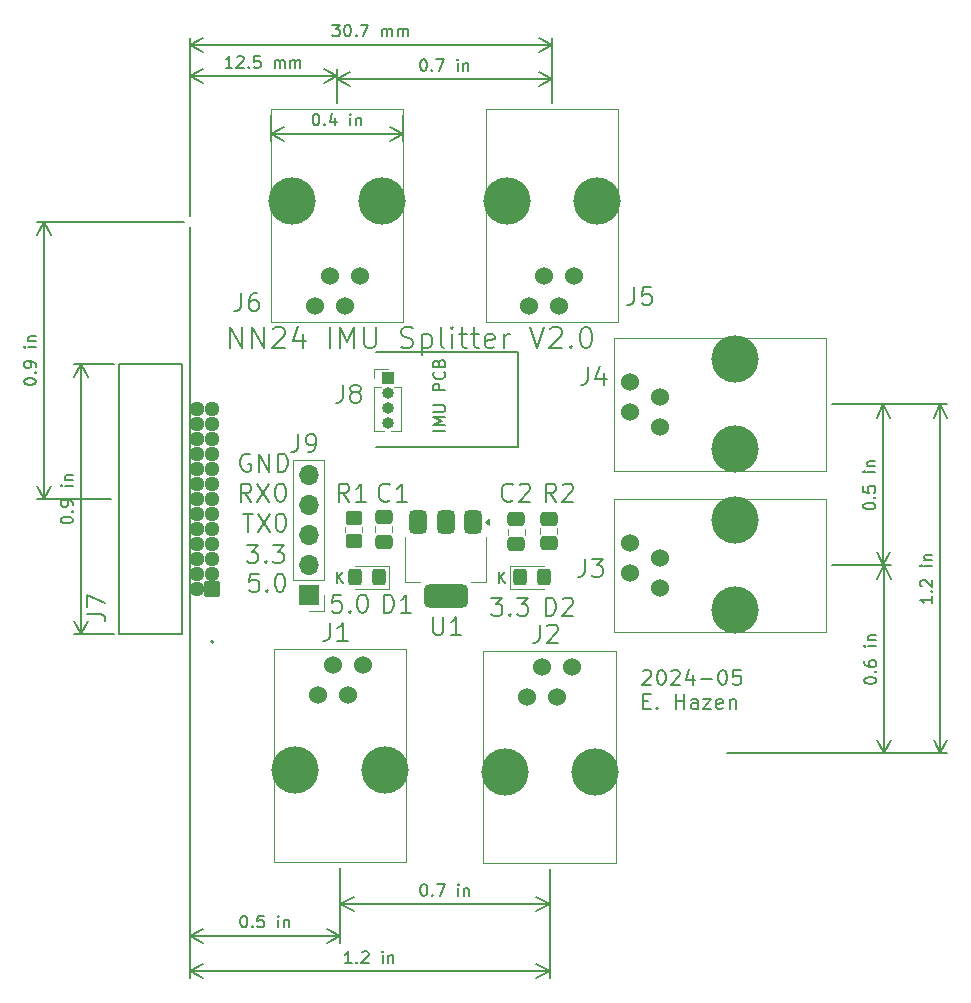
<source format=gbr>
%TF.GenerationSoftware,KiCad,Pcbnew,8.0.7-8.0.7-0~ubuntu24.04.1*%
%TF.CreationDate,2025-01-29T10:33:43-05:00*%
%TF.ProjectId,imu-splitter,696d752d-7370-46c6-9974-7465722e6b69,rev?*%
%TF.SameCoordinates,Original*%
%TF.FileFunction,Soldermask,Bot*%
%TF.FilePolarity,Negative*%
%FSLAX46Y46*%
G04 Gerber Fmt 4.6, Leading zero omitted, Abs format (unit mm)*
G04 Created by KiCad (PCBNEW 8.0.7-8.0.7-0~ubuntu24.04.1) date 2025-01-29 10:33:43*
%MOMM*%
%LPD*%
G01*
G04 APERTURE LIST*
G04 Aperture macros list*
%AMRoundRect*
0 Rectangle with rounded corners*
0 $1 Rounding radius*
0 $2 $3 $4 $5 $6 $7 $8 $9 X,Y pos of 4 corners*
0 Add a 4 corners polygon primitive as box body*
4,1,4,$2,$3,$4,$5,$6,$7,$8,$9,$2,$3,0*
0 Add four circle primitives for the rounded corners*
1,1,$1+$1,$2,$3*
1,1,$1+$1,$4,$5*
1,1,$1+$1,$6,$7*
1,1,$1+$1,$8,$9*
0 Add four rect primitives between the rounded corners*
20,1,$1+$1,$2,$3,$4,$5,0*
20,1,$1+$1,$4,$5,$6,$7,0*
20,1,$1+$1,$6,$7,$8,$9,0*
20,1,$1+$1,$8,$9,$2,$3,0*%
G04 Aperture macros list end*
%ADD10C,1.524000*%
%ADD11C,4.000000*%
%ADD12R,1.000000X1.000000*%
%ADD13O,1.000000X1.000000*%
%ADD14RoundRect,0.102000X0.545000X-0.545000X0.545000X0.545000X-0.545000X0.545000X-0.545000X-0.545000X0*%
%ADD15C,1.294000*%
%ADD16R,1.700000X1.700000*%
%ADD17O,1.700000X1.700000*%
%ADD18RoundRect,0.250000X-0.475000X0.337500X-0.475000X-0.337500X0.475000X-0.337500X0.475000X0.337500X0*%
%ADD19RoundRect,0.250000X-0.325000X-0.450000X0.325000X-0.450000X0.325000X0.450000X-0.325000X0.450000X0*%
%ADD20RoundRect,0.375000X-0.375000X0.625000X-0.375000X-0.625000X0.375000X-0.625000X0.375000X0.625000X0*%
%ADD21RoundRect,0.500000X-1.400000X0.500000X-1.400000X-0.500000X1.400000X-0.500000X1.400000X0.500000X0*%
%ADD22RoundRect,0.250000X0.325000X0.450000X-0.325000X0.450000X-0.325000X-0.450000X0.325000X-0.450000X0*%
%ADD23RoundRect,0.250000X-0.450000X0.350000X-0.450000X-0.350000X0.450000X-0.350000X0.450000X0.350000X0*%
%ADD24C,0.150000*%
%ADD25C,0.203200*%
%ADD26C,0.152400*%
%ADD27C,0.100000*%
%ADD28C,0.120000*%
%ADD29C,0.200000*%
G04 APERTURE END LIST*
D10*
%TO.C,J6*%
X182720000Y-84000000D03*
X181450000Y-86540000D03*
X180180000Y-84000000D03*
X178910000Y-86540000D03*
D11*
X184625000Y-77650000D03*
X177000000Y-77650000D03*
%TD*%
D12*
%TO.C,J8*%
X185091000Y-92676000D03*
D13*
X185091000Y-93946000D03*
X185091000Y-95216000D03*
X185091000Y-96486000D03*
%TD*%
D14*
%TO.C,J7*%
X170262500Y-110532500D03*
D15*
X168992500Y-110532500D03*
X170262500Y-109262500D03*
X168992500Y-109262500D03*
X170262500Y-107992500D03*
X168992500Y-107992500D03*
X170262500Y-106722500D03*
X168992500Y-106722500D03*
X170262500Y-105452500D03*
X168992500Y-105452500D03*
X170262500Y-104182500D03*
X168992500Y-104182500D03*
X170262500Y-102912500D03*
X168992500Y-102912500D03*
X170262500Y-101642500D03*
X168992500Y-101642500D03*
X170262500Y-100372500D03*
X168992500Y-100372500D03*
X170262500Y-99102500D03*
X168992500Y-99102500D03*
X170262500Y-97832500D03*
X168992500Y-97832500D03*
X170262500Y-96562500D03*
X168992500Y-96562500D03*
X170262500Y-95292500D03*
X168992500Y-95292500D03*
%TD*%
D10*
%TO.C,J1*%
X179190000Y-119540000D03*
X180460000Y-117000000D03*
X181730000Y-119540000D03*
X183000000Y-117000000D03*
D11*
X177285000Y-125890000D03*
X184910000Y-125890000D03*
%TD*%
D10*
%TO.C,J2*%
X196905000Y-119650000D03*
X198175000Y-117110000D03*
X199445000Y-119650000D03*
X200715000Y-117110000D03*
D11*
X195000000Y-126000000D03*
X202625000Y-126000000D03*
%TD*%
D16*
%TO.C,J9*%
X178407000Y-111075000D03*
D17*
X178407000Y-108535000D03*
X178407000Y-105995000D03*
X178407000Y-103455000D03*
X178407000Y-100915000D03*
%TD*%
D10*
%TO.C,J4*%
X208125000Y-96810000D03*
X205585000Y-95540000D03*
X208125000Y-94270000D03*
X205585000Y-93000000D03*
D11*
X214475000Y-98715000D03*
X214475000Y-91090000D03*
%TD*%
D10*
%TO.C,J3*%
X208125000Y-110440000D03*
X205585000Y-109170000D03*
X208125000Y-107900000D03*
X205585000Y-106630000D03*
D11*
X214475000Y-112345000D03*
X214475000Y-104720000D03*
%TD*%
D10*
%TO.C,J5*%
X200907500Y-84000000D03*
X199637500Y-86540000D03*
X198367500Y-84000000D03*
X197097500Y-86540000D03*
D11*
X202812500Y-77650000D03*
X195187500Y-77650000D03*
%TD*%
D10*
%TO.C,J6*%
X182720000Y-84000000D03*
X181450000Y-86540000D03*
X180180000Y-84000000D03*
X178910000Y-86540000D03*
D11*
X184625000Y-77650000D03*
X177000000Y-77650000D03*
%TD*%
D18*
%TO.C,C1*%
X184757000Y-104449500D03*
X184757000Y-106524500D03*
%TD*%
D12*
%TO.C,J8*%
X185091000Y-92676000D03*
D13*
X185091000Y-93946000D03*
X185091000Y-95216000D03*
X185091000Y-96486000D03*
%TD*%
D18*
%TO.C,C2*%
X196000000Y-104637500D03*
X196000000Y-106712500D03*
%TD*%
D14*
%TO.C,J7*%
X170262500Y-110532500D03*
D15*
X168992500Y-110532500D03*
X170262500Y-109262500D03*
X168992500Y-109262500D03*
X170262500Y-107992500D03*
X168992500Y-107992500D03*
X170262500Y-106722500D03*
X168992500Y-106722500D03*
X170262500Y-105452500D03*
X168992500Y-105452500D03*
X170262500Y-104182500D03*
X168992500Y-104182500D03*
X170262500Y-102912500D03*
X168992500Y-102912500D03*
X170262500Y-101642500D03*
X168992500Y-101642500D03*
X170262500Y-100372500D03*
X168992500Y-100372500D03*
X170262500Y-99102500D03*
X168992500Y-99102500D03*
X170262500Y-97832500D03*
X168992500Y-97832500D03*
X170262500Y-96562500D03*
X168992500Y-96562500D03*
X170262500Y-95292500D03*
X168992500Y-95292500D03*
%TD*%
D10*
%TO.C,J1*%
X179190000Y-119540000D03*
X180460000Y-117000000D03*
X181730000Y-119540000D03*
X183000000Y-117000000D03*
D11*
X177285000Y-125890000D03*
X184910000Y-125890000D03*
%TD*%
D10*
%TO.C,J2*%
X196905000Y-119650000D03*
X198175000Y-117110000D03*
X199445000Y-119650000D03*
X200715000Y-117110000D03*
D11*
X195000000Y-126000000D03*
X202625000Y-126000000D03*
%TD*%
D19*
%TO.C,D2*%
X196305000Y-109551000D03*
X198355000Y-109551000D03*
%TD*%
D16*
%TO.C,J9*%
X178407000Y-111075000D03*
D17*
X178407000Y-108535000D03*
X178407000Y-105995000D03*
X178407000Y-103455000D03*
X178407000Y-100915000D03*
%TD*%
D20*
%TO.C,U1*%
X192300000Y-104850000D03*
X190000000Y-104850000D03*
D21*
X190000000Y-111150000D03*
D20*
X187700000Y-104850000D03*
%TD*%
D22*
%TO.C,D1*%
X184385000Y-109551000D03*
X182335000Y-109551000D03*
%TD*%
D23*
%TO.C,R1*%
X182217000Y-104487000D03*
X182217000Y-106487000D03*
%TD*%
D18*
%TO.C,R2*%
X198727000Y-104598000D03*
X198727000Y-106673000D03*
%TD*%
D10*
%TO.C,J4*%
X208125000Y-96810000D03*
X205585000Y-95540000D03*
X208125000Y-94270000D03*
X205585000Y-93000000D03*
D11*
X214475000Y-98715000D03*
X214475000Y-91090000D03*
%TD*%
D10*
%TO.C,J3*%
X208125000Y-110440000D03*
X205585000Y-109170000D03*
X208125000Y-107900000D03*
X205585000Y-106630000D03*
D11*
X214475000Y-112345000D03*
X214475000Y-104720000D03*
%TD*%
D10*
%TO.C,J5*%
X200907500Y-84000000D03*
X199637500Y-86540000D03*
X198367500Y-84000000D03*
X197097500Y-86540000D03*
D11*
X202812500Y-77650000D03*
X195187500Y-77650000D03*
%TD*%
D24*
X196091000Y-98486000D02*
X184091000Y-98486000D01*
X196091000Y-90486000D02*
X196091000Y-98486000D01*
X184091000Y-90486000D02*
X196091000Y-90486000D01*
D25*
X172843826Y-104146924D02*
X173714684Y-104146924D01*
X173279255Y-105670924D02*
X173279255Y-104146924D01*
X174077541Y-104146924D02*
X175093541Y-105670924D01*
X175093541Y-104146924D02*
X174077541Y-105670924D01*
X175964398Y-104146924D02*
X176109541Y-104146924D01*
X176109541Y-104146924D02*
X176254684Y-104219495D01*
X176254684Y-104219495D02*
X176327256Y-104292067D01*
X176327256Y-104292067D02*
X176399827Y-104437210D01*
X176399827Y-104437210D02*
X176472398Y-104727495D01*
X176472398Y-104727495D02*
X176472398Y-105090353D01*
X176472398Y-105090353D02*
X176399827Y-105380638D01*
X176399827Y-105380638D02*
X176327256Y-105525781D01*
X176327256Y-105525781D02*
X176254684Y-105598353D01*
X176254684Y-105598353D02*
X176109541Y-105670924D01*
X176109541Y-105670924D02*
X175964398Y-105670924D01*
X175964398Y-105670924D02*
X175819256Y-105598353D01*
X175819256Y-105598353D02*
X175746684Y-105525781D01*
X175746684Y-105525781D02*
X175674113Y-105380638D01*
X175674113Y-105380638D02*
X175601541Y-105090353D01*
X175601541Y-105090353D02*
X175601541Y-104727495D01*
X175601541Y-104727495D02*
X175674113Y-104437210D01*
X175674113Y-104437210D02*
X175746684Y-104292067D01*
X175746684Y-104292067D02*
X175819256Y-104219495D01*
X175819256Y-104219495D02*
X175964398Y-104146924D01*
X173170398Y-106813924D02*
X174113826Y-106813924D01*
X174113826Y-106813924D02*
X173605826Y-107394495D01*
X173605826Y-107394495D02*
X173823541Y-107394495D01*
X173823541Y-107394495D02*
X173968684Y-107467067D01*
X173968684Y-107467067D02*
X174041255Y-107539638D01*
X174041255Y-107539638D02*
X174113826Y-107684781D01*
X174113826Y-107684781D02*
X174113826Y-108047638D01*
X174113826Y-108047638D02*
X174041255Y-108192781D01*
X174041255Y-108192781D02*
X173968684Y-108265353D01*
X173968684Y-108265353D02*
X173823541Y-108337924D01*
X173823541Y-108337924D02*
X173388112Y-108337924D01*
X173388112Y-108337924D02*
X173242969Y-108265353D01*
X173242969Y-108265353D02*
X173170398Y-108192781D01*
X174766970Y-108192781D02*
X174839541Y-108265353D01*
X174839541Y-108265353D02*
X174766970Y-108337924D01*
X174766970Y-108337924D02*
X174694398Y-108265353D01*
X174694398Y-108265353D02*
X174766970Y-108192781D01*
X174766970Y-108192781D02*
X174766970Y-108337924D01*
X175347541Y-106813924D02*
X176290969Y-106813924D01*
X176290969Y-106813924D02*
X175782969Y-107394495D01*
X175782969Y-107394495D02*
X176000684Y-107394495D01*
X176000684Y-107394495D02*
X176145827Y-107467067D01*
X176145827Y-107467067D02*
X176218398Y-107539638D01*
X176218398Y-107539638D02*
X176290969Y-107684781D01*
X176290969Y-107684781D02*
X176290969Y-108047638D01*
X176290969Y-108047638D02*
X176218398Y-108192781D01*
X176218398Y-108192781D02*
X176145827Y-108265353D01*
X176145827Y-108265353D02*
X176000684Y-108337924D01*
X176000684Y-108337924D02*
X175565255Y-108337924D01*
X175565255Y-108337924D02*
X175420112Y-108265353D01*
X175420112Y-108265353D02*
X175347541Y-108192781D01*
X173478826Y-99139495D02*
X173333684Y-99066924D01*
X173333684Y-99066924D02*
X173115969Y-99066924D01*
X173115969Y-99066924D02*
X172898255Y-99139495D01*
X172898255Y-99139495D02*
X172753112Y-99284638D01*
X172753112Y-99284638D02*
X172680541Y-99429781D01*
X172680541Y-99429781D02*
X172607969Y-99720067D01*
X172607969Y-99720067D02*
X172607969Y-99937781D01*
X172607969Y-99937781D02*
X172680541Y-100228067D01*
X172680541Y-100228067D02*
X172753112Y-100373210D01*
X172753112Y-100373210D02*
X172898255Y-100518353D01*
X172898255Y-100518353D02*
X173115969Y-100590924D01*
X173115969Y-100590924D02*
X173261112Y-100590924D01*
X173261112Y-100590924D02*
X173478826Y-100518353D01*
X173478826Y-100518353D02*
X173551398Y-100445781D01*
X173551398Y-100445781D02*
X173551398Y-99937781D01*
X173551398Y-99937781D02*
X173261112Y-99937781D01*
X174204541Y-100590924D02*
X174204541Y-99066924D01*
X174204541Y-99066924D02*
X175075398Y-100590924D01*
X175075398Y-100590924D02*
X175075398Y-99066924D01*
X175801112Y-100590924D02*
X175801112Y-99066924D01*
X175801112Y-99066924D02*
X176163969Y-99066924D01*
X176163969Y-99066924D02*
X176381683Y-99139495D01*
X176381683Y-99139495D02*
X176526826Y-99284638D01*
X176526826Y-99284638D02*
X176599397Y-99429781D01*
X176599397Y-99429781D02*
X176671969Y-99720067D01*
X176671969Y-99720067D02*
X176671969Y-99937781D01*
X176671969Y-99937781D02*
X176599397Y-100228067D01*
X176599397Y-100228067D02*
X176526826Y-100373210D01*
X176526826Y-100373210D02*
X176381683Y-100518353D01*
X176381683Y-100518353D02*
X176163969Y-100590924D01*
X176163969Y-100590924D02*
X175801112Y-100590924D01*
X173551398Y-103130924D02*
X173043398Y-102405210D01*
X172680541Y-103130924D02*
X172680541Y-101606924D01*
X172680541Y-101606924D02*
X173261112Y-101606924D01*
X173261112Y-101606924D02*
X173406255Y-101679495D01*
X173406255Y-101679495D02*
X173478826Y-101752067D01*
X173478826Y-101752067D02*
X173551398Y-101897210D01*
X173551398Y-101897210D02*
X173551398Y-102114924D01*
X173551398Y-102114924D02*
X173478826Y-102260067D01*
X173478826Y-102260067D02*
X173406255Y-102332638D01*
X173406255Y-102332638D02*
X173261112Y-102405210D01*
X173261112Y-102405210D02*
X172680541Y-102405210D01*
X174059398Y-101606924D02*
X175075398Y-103130924D01*
X175075398Y-101606924D02*
X174059398Y-103130924D01*
X175946255Y-101606924D02*
X176091398Y-101606924D01*
X176091398Y-101606924D02*
X176236541Y-101679495D01*
X176236541Y-101679495D02*
X176309113Y-101752067D01*
X176309113Y-101752067D02*
X176381684Y-101897210D01*
X176381684Y-101897210D02*
X176454255Y-102187495D01*
X176454255Y-102187495D02*
X176454255Y-102550353D01*
X176454255Y-102550353D02*
X176381684Y-102840638D01*
X176381684Y-102840638D02*
X176309113Y-102985781D01*
X176309113Y-102985781D02*
X176236541Y-103058353D01*
X176236541Y-103058353D02*
X176091398Y-103130924D01*
X176091398Y-103130924D02*
X175946255Y-103130924D01*
X175946255Y-103130924D02*
X175801113Y-103058353D01*
X175801113Y-103058353D02*
X175728541Y-102985781D01*
X175728541Y-102985781D02*
X175655970Y-102840638D01*
X175655970Y-102840638D02*
X175583398Y-102550353D01*
X175583398Y-102550353D02*
X175583398Y-102187495D01*
X175583398Y-102187495D02*
X175655970Y-101897210D01*
X175655970Y-101897210D02*
X175728541Y-101752067D01*
X175728541Y-101752067D02*
X175801113Y-101679495D01*
X175801113Y-101679495D02*
X175946255Y-101606924D01*
D24*
X180775779Y-110055819D02*
X180775779Y-109055819D01*
X181347207Y-110055819D02*
X180918636Y-109484390D01*
X181347207Y-109055819D02*
X180775779Y-109627247D01*
D25*
X193871398Y-111258924D02*
X194814826Y-111258924D01*
X194814826Y-111258924D02*
X194306826Y-111839495D01*
X194306826Y-111839495D02*
X194524541Y-111839495D01*
X194524541Y-111839495D02*
X194669684Y-111912067D01*
X194669684Y-111912067D02*
X194742255Y-111984638D01*
X194742255Y-111984638D02*
X194814826Y-112129781D01*
X194814826Y-112129781D02*
X194814826Y-112492638D01*
X194814826Y-112492638D02*
X194742255Y-112637781D01*
X194742255Y-112637781D02*
X194669684Y-112710353D01*
X194669684Y-112710353D02*
X194524541Y-112782924D01*
X194524541Y-112782924D02*
X194089112Y-112782924D01*
X194089112Y-112782924D02*
X193943969Y-112710353D01*
X193943969Y-112710353D02*
X193871398Y-112637781D01*
X195467970Y-112637781D02*
X195540541Y-112710353D01*
X195540541Y-112710353D02*
X195467970Y-112782924D01*
X195467970Y-112782924D02*
X195395398Y-112710353D01*
X195395398Y-112710353D02*
X195467970Y-112637781D01*
X195467970Y-112637781D02*
X195467970Y-112782924D01*
X196048541Y-111258924D02*
X196991969Y-111258924D01*
X196991969Y-111258924D02*
X196483969Y-111839495D01*
X196483969Y-111839495D02*
X196701684Y-111839495D01*
X196701684Y-111839495D02*
X196846827Y-111912067D01*
X196846827Y-111912067D02*
X196919398Y-111984638D01*
X196919398Y-111984638D02*
X196991969Y-112129781D01*
X196991969Y-112129781D02*
X196991969Y-112492638D01*
X196991969Y-112492638D02*
X196919398Y-112637781D01*
X196919398Y-112637781D02*
X196846827Y-112710353D01*
X196846827Y-112710353D02*
X196701684Y-112782924D01*
X196701684Y-112782924D02*
X196266255Y-112782924D01*
X196266255Y-112782924D02*
X196121112Y-112710353D01*
X196121112Y-112710353D02*
X196048541Y-112637781D01*
X171725017Y-90145840D02*
X171725017Y-88367840D01*
X171725017Y-88367840D02*
X172741017Y-90145840D01*
X172741017Y-90145840D02*
X172741017Y-88367840D01*
X173587684Y-90145840D02*
X173587684Y-88367840D01*
X173587684Y-88367840D02*
X174603684Y-90145840D01*
X174603684Y-90145840D02*
X174603684Y-88367840D01*
X175365684Y-88537174D02*
X175450351Y-88452507D01*
X175450351Y-88452507D02*
X175619684Y-88367840D01*
X175619684Y-88367840D02*
X176043018Y-88367840D01*
X176043018Y-88367840D02*
X176212351Y-88452507D01*
X176212351Y-88452507D02*
X176297018Y-88537174D01*
X176297018Y-88537174D02*
X176381684Y-88706507D01*
X176381684Y-88706507D02*
X176381684Y-88875840D01*
X176381684Y-88875840D02*
X176297018Y-89129840D01*
X176297018Y-89129840D02*
X175281018Y-90145840D01*
X175281018Y-90145840D02*
X176381684Y-90145840D01*
X177905684Y-88960507D02*
X177905684Y-90145840D01*
X177482351Y-88283174D02*
X177059017Y-89553174D01*
X177059017Y-89553174D02*
X178159684Y-89553174D01*
X180191684Y-90145840D02*
X180191684Y-88367840D01*
X181038351Y-90145840D02*
X181038351Y-88367840D01*
X181038351Y-88367840D02*
X181631018Y-89637840D01*
X181631018Y-89637840D02*
X182223684Y-88367840D01*
X182223684Y-88367840D02*
X182223684Y-90145840D01*
X183070351Y-88367840D02*
X183070351Y-89807174D01*
X183070351Y-89807174D02*
X183155018Y-89976507D01*
X183155018Y-89976507D02*
X183239684Y-90061174D01*
X183239684Y-90061174D02*
X183409018Y-90145840D01*
X183409018Y-90145840D02*
X183747684Y-90145840D01*
X183747684Y-90145840D02*
X183917018Y-90061174D01*
X183917018Y-90061174D02*
X184001684Y-89976507D01*
X184001684Y-89976507D02*
X184086351Y-89807174D01*
X184086351Y-89807174D02*
X184086351Y-88367840D01*
X186203018Y-90061174D02*
X186457018Y-90145840D01*
X186457018Y-90145840D02*
X186880352Y-90145840D01*
X186880352Y-90145840D02*
X187049685Y-90061174D01*
X187049685Y-90061174D02*
X187134352Y-89976507D01*
X187134352Y-89976507D02*
X187219018Y-89807174D01*
X187219018Y-89807174D02*
X187219018Y-89637840D01*
X187219018Y-89637840D02*
X187134352Y-89468507D01*
X187134352Y-89468507D02*
X187049685Y-89383840D01*
X187049685Y-89383840D02*
X186880352Y-89299174D01*
X186880352Y-89299174D02*
X186541685Y-89214507D01*
X186541685Y-89214507D02*
X186372352Y-89129840D01*
X186372352Y-89129840D02*
X186287685Y-89045174D01*
X186287685Y-89045174D02*
X186203018Y-88875840D01*
X186203018Y-88875840D02*
X186203018Y-88706507D01*
X186203018Y-88706507D02*
X186287685Y-88537174D01*
X186287685Y-88537174D02*
X186372352Y-88452507D01*
X186372352Y-88452507D02*
X186541685Y-88367840D01*
X186541685Y-88367840D02*
X186965018Y-88367840D01*
X186965018Y-88367840D02*
X187219018Y-88452507D01*
X187981018Y-88960507D02*
X187981018Y-90738507D01*
X187981018Y-89045174D02*
X188150351Y-88960507D01*
X188150351Y-88960507D02*
X188489018Y-88960507D01*
X188489018Y-88960507D02*
X188658351Y-89045174D01*
X188658351Y-89045174D02*
X188743018Y-89129840D01*
X188743018Y-89129840D02*
X188827685Y-89299174D01*
X188827685Y-89299174D02*
X188827685Y-89807174D01*
X188827685Y-89807174D02*
X188743018Y-89976507D01*
X188743018Y-89976507D02*
X188658351Y-90061174D01*
X188658351Y-90061174D02*
X188489018Y-90145840D01*
X188489018Y-90145840D02*
X188150351Y-90145840D01*
X188150351Y-90145840D02*
X187981018Y-90061174D01*
X189843685Y-90145840D02*
X189674352Y-90061174D01*
X189674352Y-90061174D02*
X189589685Y-89891840D01*
X189589685Y-89891840D02*
X189589685Y-88367840D01*
X190521018Y-90145840D02*
X190521018Y-88960507D01*
X190521018Y-88367840D02*
X190436351Y-88452507D01*
X190436351Y-88452507D02*
X190521018Y-88537174D01*
X190521018Y-88537174D02*
X190605685Y-88452507D01*
X190605685Y-88452507D02*
X190521018Y-88367840D01*
X190521018Y-88367840D02*
X190521018Y-88537174D01*
X191113685Y-88960507D02*
X191791018Y-88960507D01*
X191367685Y-88367840D02*
X191367685Y-89891840D01*
X191367685Y-89891840D02*
X191452352Y-90061174D01*
X191452352Y-90061174D02*
X191621685Y-90145840D01*
X191621685Y-90145840D02*
X191791018Y-90145840D01*
X192129685Y-88960507D02*
X192807018Y-88960507D01*
X192383685Y-88367840D02*
X192383685Y-89891840D01*
X192383685Y-89891840D02*
X192468352Y-90061174D01*
X192468352Y-90061174D02*
X192637685Y-90145840D01*
X192637685Y-90145840D02*
X192807018Y-90145840D01*
X194077018Y-90061174D02*
X193907685Y-90145840D01*
X193907685Y-90145840D02*
X193569018Y-90145840D01*
X193569018Y-90145840D02*
X193399685Y-90061174D01*
X193399685Y-90061174D02*
X193315018Y-89891840D01*
X193315018Y-89891840D02*
X193315018Y-89214507D01*
X193315018Y-89214507D02*
X193399685Y-89045174D01*
X193399685Y-89045174D02*
X193569018Y-88960507D01*
X193569018Y-88960507D02*
X193907685Y-88960507D01*
X193907685Y-88960507D02*
X194077018Y-89045174D01*
X194077018Y-89045174D02*
X194161685Y-89214507D01*
X194161685Y-89214507D02*
X194161685Y-89383840D01*
X194161685Y-89383840D02*
X193315018Y-89553174D01*
X194923685Y-90145840D02*
X194923685Y-88960507D01*
X194923685Y-89299174D02*
X195008352Y-89129840D01*
X195008352Y-89129840D02*
X195093018Y-89045174D01*
X195093018Y-89045174D02*
X195262352Y-88960507D01*
X195262352Y-88960507D02*
X195431685Y-88960507D01*
X197125019Y-88367840D02*
X197717686Y-90145840D01*
X197717686Y-90145840D02*
X198310352Y-88367840D01*
X198818352Y-88537174D02*
X198903019Y-88452507D01*
X198903019Y-88452507D02*
X199072352Y-88367840D01*
X199072352Y-88367840D02*
X199495686Y-88367840D01*
X199495686Y-88367840D02*
X199665019Y-88452507D01*
X199665019Y-88452507D02*
X199749686Y-88537174D01*
X199749686Y-88537174D02*
X199834352Y-88706507D01*
X199834352Y-88706507D02*
X199834352Y-88875840D01*
X199834352Y-88875840D02*
X199749686Y-89129840D01*
X199749686Y-89129840D02*
X198733686Y-90145840D01*
X198733686Y-90145840D02*
X199834352Y-90145840D01*
X200596352Y-89976507D02*
X200681019Y-90061174D01*
X200681019Y-90061174D02*
X200596352Y-90145840D01*
X200596352Y-90145840D02*
X200511685Y-90061174D01*
X200511685Y-90061174D02*
X200596352Y-89976507D01*
X200596352Y-89976507D02*
X200596352Y-90145840D01*
X201781686Y-88367840D02*
X201951019Y-88367840D01*
X201951019Y-88367840D02*
X202120352Y-88452507D01*
X202120352Y-88452507D02*
X202205019Y-88537174D01*
X202205019Y-88537174D02*
X202289686Y-88706507D01*
X202289686Y-88706507D02*
X202374352Y-89045174D01*
X202374352Y-89045174D02*
X202374352Y-89468507D01*
X202374352Y-89468507D02*
X202289686Y-89807174D01*
X202289686Y-89807174D02*
X202205019Y-89976507D01*
X202205019Y-89976507D02*
X202120352Y-90061174D01*
X202120352Y-90061174D02*
X201951019Y-90145840D01*
X201951019Y-90145840D02*
X201781686Y-90145840D01*
X201781686Y-90145840D02*
X201612352Y-90061174D01*
X201612352Y-90061174D02*
X201527686Y-89976507D01*
X201527686Y-89976507D02*
X201443019Y-89807174D01*
X201443019Y-89807174D02*
X201358352Y-89468507D01*
X201358352Y-89468507D02*
X201358352Y-89045174D01*
X201358352Y-89045174D02*
X201443019Y-88706507D01*
X201443019Y-88706507D02*
X201527686Y-88537174D01*
X201527686Y-88537174D02*
X201612352Y-88452507D01*
X201612352Y-88452507D02*
X201781686Y-88367840D01*
D24*
X194491779Y-110055819D02*
X194491779Y-109055819D01*
X195063207Y-110055819D02*
X194634636Y-109484390D01*
X195063207Y-109055819D02*
X194491779Y-109627247D01*
X189960819Y-97149220D02*
X188960819Y-97149220D01*
X189960819Y-96673030D02*
X188960819Y-96673030D01*
X188960819Y-96673030D02*
X189675104Y-96339697D01*
X189675104Y-96339697D02*
X188960819Y-96006364D01*
X188960819Y-96006364D02*
X189960819Y-96006364D01*
X188960819Y-95530173D02*
X189770342Y-95530173D01*
X189770342Y-95530173D02*
X189865580Y-95482554D01*
X189865580Y-95482554D02*
X189913200Y-95434935D01*
X189913200Y-95434935D02*
X189960819Y-95339697D01*
X189960819Y-95339697D02*
X189960819Y-95149221D01*
X189960819Y-95149221D02*
X189913200Y-95053983D01*
X189913200Y-95053983D02*
X189865580Y-95006364D01*
X189865580Y-95006364D02*
X189770342Y-94958745D01*
X189770342Y-94958745D02*
X188960819Y-94958745D01*
X189960819Y-93720649D02*
X188960819Y-93720649D01*
X188960819Y-93720649D02*
X188960819Y-93339697D01*
X188960819Y-93339697D02*
X189008438Y-93244459D01*
X189008438Y-93244459D02*
X189056057Y-93196840D01*
X189056057Y-93196840D02*
X189151295Y-93149221D01*
X189151295Y-93149221D02*
X189294152Y-93149221D01*
X189294152Y-93149221D02*
X189389390Y-93196840D01*
X189389390Y-93196840D02*
X189437009Y-93244459D01*
X189437009Y-93244459D02*
X189484628Y-93339697D01*
X189484628Y-93339697D02*
X189484628Y-93720649D01*
X189865580Y-92149221D02*
X189913200Y-92196840D01*
X189913200Y-92196840D02*
X189960819Y-92339697D01*
X189960819Y-92339697D02*
X189960819Y-92434935D01*
X189960819Y-92434935D02*
X189913200Y-92577792D01*
X189913200Y-92577792D02*
X189817961Y-92673030D01*
X189817961Y-92673030D02*
X189722723Y-92720649D01*
X189722723Y-92720649D02*
X189532247Y-92768268D01*
X189532247Y-92768268D02*
X189389390Y-92768268D01*
X189389390Y-92768268D02*
X189198914Y-92720649D01*
X189198914Y-92720649D02*
X189103676Y-92673030D01*
X189103676Y-92673030D02*
X189008438Y-92577792D01*
X189008438Y-92577792D02*
X188960819Y-92434935D01*
X188960819Y-92434935D02*
X188960819Y-92339697D01*
X188960819Y-92339697D02*
X189008438Y-92196840D01*
X189008438Y-92196840D02*
X189056057Y-92149221D01*
X189437009Y-91387316D02*
X189484628Y-91244459D01*
X189484628Y-91244459D02*
X189532247Y-91196840D01*
X189532247Y-91196840D02*
X189627485Y-91149221D01*
X189627485Y-91149221D02*
X189770342Y-91149221D01*
X189770342Y-91149221D02*
X189865580Y-91196840D01*
X189865580Y-91196840D02*
X189913200Y-91244459D01*
X189913200Y-91244459D02*
X189960819Y-91339697D01*
X189960819Y-91339697D02*
X189960819Y-91720649D01*
X189960819Y-91720649D02*
X188960819Y-91720649D01*
X188960819Y-91720649D02*
X188960819Y-91387316D01*
X188960819Y-91387316D02*
X189008438Y-91292078D01*
X189008438Y-91292078D02*
X189056057Y-91244459D01*
X189056057Y-91244459D02*
X189151295Y-91196840D01*
X189151295Y-91196840D02*
X189246533Y-91196840D01*
X189246533Y-91196840D02*
X189341771Y-91244459D01*
X189341771Y-91244459D02*
X189389390Y-91292078D01*
X189389390Y-91292078D02*
X189437009Y-91387316D01*
X189437009Y-91387316D02*
X189437009Y-91720649D01*
D26*
X206689167Y-117496974D02*
X206749643Y-117436498D01*
X206749643Y-117436498D02*
X206870596Y-117376022D01*
X206870596Y-117376022D02*
X207172977Y-117376022D01*
X207172977Y-117376022D02*
X207293929Y-117436498D01*
X207293929Y-117436498D02*
X207354405Y-117496974D01*
X207354405Y-117496974D02*
X207414882Y-117617926D01*
X207414882Y-117617926D02*
X207414882Y-117738879D01*
X207414882Y-117738879D02*
X207354405Y-117920307D01*
X207354405Y-117920307D02*
X206628691Y-118646022D01*
X206628691Y-118646022D02*
X207414882Y-118646022D01*
X208201072Y-117376022D02*
X208322025Y-117376022D01*
X208322025Y-117376022D02*
X208442977Y-117436498D01*
X208442977Y-117436498D02*
X208503453Y-117496974D01*
X208503453Y-117496974D02*
X208563929Y-117617926D01*
X208563929Y-117617926D02*
X208624406Y-117859831D01*
X208624406Y-117859831D02*
X208624406Y-118162212D01*
X208624406Y-118162212D02*
X208563929Y-118404117D01*
X208563929Y-118404117D02*
X208503453Y-118525069D01*
X208503453Y-118525069D02*
X208442977Y-118585546D01*
X208442977Y-118585546D02*
X208322025Y-118646022D01*
X208322025Y-118646022D02*
X208201072Y-118646022D01*
X208201072Y-118646022D02*
X208080120Y-118585546D01*
X208080120Y-118585546D02*
X208019644Y-118525069D01*
X208019644Y-118525069D02*
X207959167Y-118404117D01*
X207959167Y-118404117D02*
X207898691Y-118162212D01*
X207898691Y-118162212D02*
X207898691Y-117859831D01*
X207898691Y-117859831D02*
X207959167Y-117617926D01*
X207959167Y-117617926D02*
X208019644Y-117496974D01*
X208019644Y-117496974D02*
X208080120Y-117436498D01*
X208080120Y-117436498D02*
X208201072Y-117376022D01*
X209108215Y-117496974D02*
X209168691Y-117436498D01*
X209168691Y-117436498D02*
X209289644Y-117376022D01*
X209289644Y-117376022D02*
X209592025Y-117376022D01*
X209592025Y-117376022D02*
X209712977Y-117436498D01*
X209712977Y-117436498D02*
X209773453Y-117496974D01*
X209773453Y-117496974D02*
X209833930Y-117617926D01*
X209833930Y-117617926D02*
X209833930Y-117738879D01*
X209833930Y-117738879D02*
X209773453Y-117920307D01*
X209773453Y-117920307D02*
X209047739Y-118646022D01*
X209047739Y-118646022D02*
X209833930Y-118646022D01*
X210922501Y-117799355D02*
X210922501Y-118646022D01*
X210620120Y-117315546D02*
X210317739Y-118222688D01*
X210317739Y-118222688D02*
X211103930Y-118222688D01*
X211587739Y-118162212D02*
X212555359Y-118162212D01*
X213402025Y-117376022D02*
X213522978Y-117376022D01*
X213522978Y-117376022D02*
X213643930Y-117436498D01*
X213643930Y-117436498D02*
X213704406Y-117496974D01*
X213704406Y-117496974D02*
X213764882Y-117617926D01*
X213764882Y-117617926D02*
X213825359Y-117859831D01*
X213825359Y-117859831D02*
X213825359Y-118162212D01*
X213825359Y-118162212D02*
X213764882Y-118404117D01*
X213764882Y-118404117D02*
X213704406Y-118525069D01*
X213704406Y-118525069D02*
X213643930Y-118585546D01*
X213643930Y-118585546D02*
X213522978Y-118646022D01*
X213522978Y-118646022D02*
X213402025Y-118646022D01*
X213402025Y-118646022D02*
X213281073Y-118585546D01*
X213281073Y-118585546D02*
X213220597Y-118525069D01*
X213220597Y-118525069D02*
X213160120Y-118404117D01*
X213160120Y-118404117D02*
X213099644Y-118162212D01*
X213099644Y-118162212D02*
X213099644Y-117859831D01*
X213099644Y-117859831D02*
X213160120Y-117617926D01*
X213160120Y-117617926D02*
X213220597Y-117496974D01*
X213220597Y-117496974D02*
X213281073Y-117436498D01*
X213281073Y-117436498D02*
X213402025Y-117376022D01*
X214974406Y-117376022D02*
X214369644Y-117376022D01*
X214369644Y-117376022D02*
X214309168Y-117980784D01*
X214309168Y-117980784D02*
X214369644Y-117920307D01*
X214369644Y-117920307D02*
X214490597Y-117859831D01*
X214490597Y-117859831D02*
X214792978Y-117859831D01*
X214792978Y-117859831D02*
X214913930Y-117920307D01*
X214913930Y-117920307D02*
X214974406Y-117980784D01*
X214974406Y-117980784D02*
X215034883Y-118101736D01*
X215034883Y-118101736D02*
X215034883Y-118404117D01*
X215034883Y-118404117D02*
X214974406Y-118525069D01*
X214974406Y-118525069D02*
X214913930Y-118585546D01*
X214913930Y-118585546D02*
X214792978Y-118646022D01*
X214792978Y-118646022D02*
X214490597Y-118646022D01*
X214490597Y-118646022D02*
X214369644Y-118585546D01*
X214369644Y-118585546D02*
X214309168Y-118525069D01*
X206749643Y-120025413D02*
X207172977Y-120025413D01*
X207354405Y-120690651D02*
X206749643Y-120690651D01*
X206749643Y-120690651D02*
X206749643Y-119420651D01*
X206749643Y-119420651D02*
X207354405Y-119420651D01*
X207898691Y-120569698D02*
X207959168Y-120630175D01*
X207959168Y-120630175D02*
X207898691Y-120690651D01*
X207898691Y-120690651D02*
X207838215Y-120630175D01*
X207838215Y-120630175D02*
X207898691Y-120569698D01*
X207898691Y-120569698D02*
X207898691Y-120690651D01*
X209471072Y-120690651D02*
X209471072Y-119420651D01*
X209471072Y-120025413D02*
X210196787Y-120025413D01*
X210196787Y-120690651D02*
X210196787Y-119420651D01*
X211345834Y-120690651D02*
X211345834Y-120025413D01*
X211345834Y-120025413D02*
X211285358Y-119904460D01*
X211285358Y-119904460D02*
X211164406Y-119843984D01*
X211164406Y-119843984D02*
X210922501Y-119843984D01*
X210922501Y-119843984D02*
X210801548Y-119904460D01*
X211345834Y-120630175D02*
X211224882Y-120690651D01*
X211224882Y-120690651D02*
X210922501Y-120690651D01*
X210922501Y-120690651D02*
X210801548Y-120630175D01*
X210801548Y-120630175D02*
X210741072Y-120509222D01*
X210741072Y-120509222D02*
X210741072Y-120388270D01*
X210741072Y-120388270D02*
X210801548Y-120267317D01*
X210801548Y-120267317D02*
X210922501Y-120206841D01*
X210922501Y-120206841D02*
X211224882Y-120206841D01*
X211224882Y-120206841D02*
X211345834Y-120146365D01*
X211829644Y-119843984D02*
X212494882Y-119843984D01*
X212494882Y-119843984D02*
X211829644Y-120690651D01*
X211829644Y-120690651D02*
X212494882Y-120690651D01*
X213462501Y-120630175D02*
X213341549Y-120690651D01*
X213341549Y-120690651D02*
X213099644Y-120690651D01*
X213099644Y-120690651D02*
X212978691Y-120630175D01*
X212978691Y-120630175D02*
X212918215Y-120509222D01*
X212918215Y-120509222D02*
X212918215Y-120025413D01*
X212918215Y-120025413D02*
X212978691Y-119904460D01*
X212978691Y-119904460D02*
X213099644Y-119843984D01*
X213099644Y-119843984D02*
X213341549Y-119843984D01*
X213341549Y-119843984D02*
X213462501Y-119904460D01*
X213462501Y-119904460D02*
X213522977Y-120025413D01*
X213522977Y-120025413D02*
X213522977Y-120146365D01*
X213522977Y-120146365D02*
X212918215Y-120267317D01*
X214067262Y-119843984D02*
X214067262Y-120690651D01*
X214067262Y-119964936D02*
X214127739Y-119904460D01*
X214127739Y-119904460D02*
X214248691Y-119843984D01*
X214248691Y-119843984D02*
X214430120Y-119843984D01*
X214430120Y-119843984D02*
X214551072Y-119904460D01*
X214551072Y-119904460D02*
X214611548Y-120025413D01*
X214611548Y-120025413D02*
X214611548Y-120690651D01*
D25*
X174168255Y-109226924D02*
X173442541Y-109226924D01*
X173442541Y-109226924D02*
X173369969Y-109952638D01*
X173369969Y-109952638D02*
X173442541Y-109880067D01*
X173442541Y-109880067D02*
X173587684Y-109807495D01*
X173587684Y-109807495D02*
X173950541Y-109807495D01*
X173950541Y-109807495D02*
X174095684Y-109880067D01*
X174095684Y-109880067D02*
X174168255Y-109952638D01*
X174168255Y-109952638D02*
X174240826Y-110097781D01*
X174240826Y-110097781D02*
X174240826Y-110460638D01*
X174240826Y-110460638D02*
X174168255Y-110605781D01*
X174168255Y-110605781D02*
X174095684Y-110678353D01*
X174095684Y-110678353D02*
X173950541Y-110750924D01*
X173950541Y-110750924D02*
X173587684Y-110750924D01*
X173587684Y-110750924D02*
X173442541Y-110678353D01*
X173442541Y-110678353D02*
X173369969Y-110605781D01*
X174893970Y-110605781D02*
X174966541Y-110678353D01*
X174966541Y-110678353D02*
X174893970Y-110750924D01*
X174893970Y-110750924D02*
X174821398Y-110678353D01*
X174821398Y-110678353D02*
X174893970Y-110605781D01*
X174893970Y-110605781D02*
X174893970Y-110750924D01*
X175909969Y-109226924D02*
X176055112Y-109226924D01*
X176055112Y-109226924D02*
X176200255Y-109299495D01*
X176200255Y-109299495D02*
X176272827Y-109372067D01*
X176272827Y-109372067D02*
X176345398Y-109517210D01*
X176345398Y-109517210D02*
X176417969Y-109807495D01*
X176417969Y-109807495D02*
X176417969Y-110170353D01*
X176417969Y-110170353D02*
X176345398Y-110460638D01*
X176345398Y-110460638D02*
X176272827Y-110605781D01*
X176272827Y-110605781D02*
X176200255Y-110678353D01*
X176200255Y-110678353D02*
X176055112Y-110750924D01*
X176055112Y-110750924D02*
X175909969Y-110750924D01*
X175909969Y-110750924D02*
X175764827Y-110678353D01*
X175764827Y-110678353D02*
X175692255Y-110605781D01*
X175692255Y-110605781D02*
X175619684Y-110460638D01*
X175619684Y-110460638D02*
X175547112Y-110170353D01*
X175547112Y-110170353D02*
X175547112Y-109807495D01*
X175547112Y-109807495D02*
X175619684Y-109517210D01*
X175619684Y-109517210D02*
X175692255Y-109372067D01*
X175692255Y-109372067D02*
X175764827Y-109299495D01*
X175764827Y-109299495D02*
X175909969Y-109226924D01*
X181153255Y-111004924D02*
X180427541Y-111004924D01*
X180427541Y-111004924D02*
X180354969Y-111730638D01*
X180354969Y-111730638D02*
X180427541Y-111658067D01*
X180427541Y-111658067D02*
X180572684Y-111585495D01*
X180572684Y-111585495D02*
X180935541Y-111585495D01*
X180935541Y-111585495D02*
X181080684Y-111658067D01*
X181080684Y-111658067D02*
X181153255Y-111730638D01*
X181153255Y-111730638D02*
X181225826Y-111875781D01*
X181225826Y-111875781D02*
X181225826Y-112238638D01*
X181225826Y-112238638D02*
X181153255Y-112383781D01*
X181153255Y-112383781D02*
X181080684Y-112456353D01*
X181080684Y-112456353D02*
X180935541Y-112528924D01*
X180935541Y-112528924D02*
X180572684Y-112528924D01*
X180572684Y-112528924D02*
X180427541Y-112456353D01*
X180427541Y-112456353D02*
X180354969Y-112383781D01*
X181878970Y-112383781D02*
X181951541Y-112456353D01*
X181951541Y-112456353D02*
X181878970Y-112528924D01*
X181878970Y-112528924D02*
X181806398Y-112456353D01*
X181806398Y-112456353D02*
X181878970Y-112383781D01*
X181878970Y-112383781D02*
X181878970Y-112528924D01*
X182894969Y-111004924D02*
X183040112Y-111004924D01*
X183040112Y-111004924D02*
X183185255Y-111077495D01*
X183185255Y-111077495D02*
X183257827Y-111150067D01*
X183257827Y-111150067D02*
X183330398Y-111295210D01*
X183330398Y-111295210D02*
X183402969Y-111585495D01*
X183402969Y-111585495D02*
X183402969Y-111948353D01*
X183402969Y-111948353D02*
X183330398Y-112238638D01*
X183330398Y-112238638D02*
X183257827Y-112383781D01*
X183257827Y-112383781D02*
X183185255Y-112456353D01*
X183185255Y-112456353D02*
X183040112Y-112528924D01*
X183040112Y-112528924D02*
X182894969Y-112528924D01*
X182894969Y-112528924D02*
X182749827Y-112456353D01*
X182749827Y-112456353D02*
X182677255Y-112383781D01*
X182677255Y-112383781D02*
X182604684Y-112238638D01*
X182604684Y-112238638D02*
X182532112Y-111948353D01*
X182532112Y-111948353D02*
X182532112Y-111585495D01*
X182532112Y-111585495D02*
X182604684Y-111295210D01*
X182604684Y-111295210D02*
X182677255Y-111150067D01*
X182677255Y-111150067D02*
X182749827Y-111077495D01*
X182749827Y-111077495D02*
X182894969Y-111004924D01*
X172691999Y-85480464D02*
X172691999Y-86569035D01*
X172691999Y-86569035D02*
X172619428Y-86786750D01*
X172619428Y-86786750D02*
X172474285Y-86931893D01*
X172474285Y-86931893D02*
X172256571Y-87004464D01*
X172256571Y-87004464D02*
X172111428Y-87004464D01*
X174070857Y-85480464D02*
X173780571Y-85480464D01*
X173780571Y-85480464D02*
X173635428Y-85553035D01*
X173635428Y-85553035D02*
X173562857Y-85625607D01*
X173562857Y-85625607D02*
X173417714Y-85843321D01*
X173417714Y-85843321D02*
X173345142Y-86133607D01*
X173345142Y-86133607D02*
X173345142Y-86714178D01*
X173345142Y-86714178D02*
X173417714Y-86859321D01*
X173417714Y-86859321D02*
X173490285Y-86931893D01*
X173490285Y-86931893D02*
X173635428Y-87004464D01*
X173635428Y-87004464D02*
X173925714Y-87004464D01*
X173925714Y-87004464D02*
X174070857Y-86931893D01*
X174070857Y-86931893D02*
X174143428Y-86859321D01*
X174143428Y-86859321D02*
X174215999Y-86714178D01*
X174215999Y-86714178D02*
X174215999Y-86351321D01*
X174215999Y-86351321D02*
X174143428Y-86206178D01*
X174143428Y-86206178D02*
X174070857Y-86133607D01*
X174070857Y-86133607D02*
X173925714Y-86061035D01*
X173925714Y-86061035D02*
X173635428Y-86061035D01*
X173635428Y-86061035D02*
X173490285Y-86133607D01*
X173490285Y-86133607D02*
X173417714Y-86206178D01*
X173417714Y-86206178D02*
X173345142Y-86351321D01*
X185265000Y-102988321D02*
X185192428Y-103060893D01*
X185192428Y-103060893D02*
X184974714Y-103133464D01*
X184974714Y-103133464D02*
X184829571Y-103133464D01*
X184829571Y-103133464D02*
X184611857Y-103060893D01*
X184611857Y-103060893D02*
X184466714Y-102915750D01*
X184466714Y-102915750D02*
X184394143Y-102770607D01*
X184394143Y-102770607D02*
X184321571Y-102480321D01*
X184321571Y-102480321D02*
X184321571Y-102262607D01*
X184321571Y-102262607D02*
X184394143Y-101972321D01*
X184394143Y-101972321D02*
X184466714Y-101827178D01*
X184466714Y-101827178D02*
X184611857Y-101682035D01*
X184611857Y-101682035D02*
X184829571Y-101609464D01*
X184829571Y-101609464D02*
X184974714Y-101609464D01*
X184974714Y-101609464D02*
X185192428Y-101682035D01*
X185192428Y-101682035D02*
X185265000Y-101754607D01*
X186716428Y-103133464D02*
X185845571Y-103133464D01*
X186281000Y-103133464D02*
X186281000Y-101609464D01*
X186281000Y-101609464D02*
X186135857Y-101827178D01*
X186135857Y-101827178D02*
X185990714Y-101972321D01*
X185990714Y-101972321D02*
X185845571Y-102044893D01*
X181291999Y-93237464D02*
X181291999Y-94326035D01*
X181291999Y-94326035D02*
X181219428Y-94543750D01*
X181219428Y-94543750D02*
X181074285Y-94688893D01*
X181074285Y-94688893D02*
X180856571Y-94761464D01*
X180856571Y-94761464D02*
X180711428Y-94761464D01*
X182235428Y-93890607D02*
X182090285Y-93818035D01*
X182090285Y-93818035D02*
X182017714Y-93745464D01*
X182017714Y-93745464D02*
X181945142Y-93600321D01*
X181945142Y-93600321D02*
X181945142Y-93527750D01*
X181945142Y-93527750D02*
X182017714Y-93382607D01*
X182017714Y-93382607D02*
X182090285Y-93310035D01*
X182090285Y-93310035D02*
X182235428Y-93237464D01*
X182235428Y-93237464D02*
X182525714Y-93237464D01*
X182525714Y-93237464D02*
X182670857Y-93310035D01*
X182670857Y-93310035D02*
X182743428Y-93382607D01*
X182743428Y-93382607D02*
X182815999Y-93527750D01*
X182815999Y-93527750D02*
X182815999Y-93600321D01*
X182815999Y-93600321D02*
X182743428Y-93745464D01*
X182743428Y-93745464D02*
X182670857Y-93818035D01*
X182670857Y-93818035D02*
X182525714Y-93890607D01*
X182525714Y-93890607D02*
X182235428Y-93890607D01*
X182235428Y-93890607D02*
X182090285Y-93963178D01*
X182090285Y-93963178D02*
X182017714Y-94035750D01*
X182017714Y-94035750D02*
X181945142Y-94180893D01*
X181945142Y-94180893D02*
X181945142Y-94471178D01*
X181945142Y-94471178D02*
X182017714Y-94616321D01*
X182017714Y-94616321D02*
X182090285Y-94688893D01*
X182090285Y-94688893D02*
X182235428Y-94761464D01*
X182235428Y-94761464D02*
X182525714Y-94761464D01*
X182525714Y-94761464D02*
X182670857Y-94688893D01*
X182670857Y-94688893D02*
X182743428Y-94616321D01*
X182743428Y-94616321D02*
X182815999Y-94471178D01*
X182815999Y-94471178D02*
X182815999Y-94180893D01*
X182815999Y-94180893D02*
X182743428Y-94035750D01*
X182743428Y-94035750D02*
X182670857Y-93963178D01*
X182670857Y-93963178D02*
X182525714Y-93890607D01*
X195679000Y-102988321D02*
X195606428Y-103060893D01*
X195606428Y-103060893D02*
X195388714Y-103133464D01*
X195388714Y-103133464D02*
X195243571Y-103133464D01*
X195243571Y-103133464D02*
X195025857Y-103060893D01*
X195025857Y-103060893D02*
X194880714Y-102915750D01*
X194880714Y-102915750D02*
X194808143Y-102770607D01*
X194808143Y-102770607D02*
X194735571Y-102480321D01*
X194735571Y-102480321D02*
X194735571Y-102262607D01*
X194735571Y-102262607D02*
X194808143Y-101972321D01*
X194808143Y-101972321D02*
X194880714Y-101827178D01*
X194880714Y-101827178D02*
X195025857Y-101682035D01*
X195025857Y-101682035D02*
X195243571Y-101609464D01*
X195243571Y-101609464D02*
X195388714Y-101609464D01*
X195388714Y-101609464D02*
X195606428Y-101682035D01*
X195606428Y-101682035D02*
X195679000Y-101754607D01*
X196259571Y-101754607D02*
X196332143Y-101682035D01*
X196332143Y-101682035D02*
X196477286Y-101609464D01*
X196477286Y-101609464D02*
X196840143Y-101609464D01*
X196840143Y-101609464D02*
X196985286Y-101682035D01*
X196985286Y-101682035D02*
X197057857Y-101754607D01*
X197057857Y-101754607D02*
X197130428Y-101899750D01*
X197130428Y-101899750D02*
X197130428Y-102044893D01*
X197130428Y-102044893D02*
X197057857Y-102262607D01*
X197057857Y-102262607D02*
X196187000Y-103133464D01*
X196187000Y-103133464D02*
X197130428Y-103133464D01*
X159677964Y-112675500D02*
X160766535Y-112675500D01*
X160766535Y-112675500D02*
X160984250Y-112748071D01*
X160984250Y-112748071D02*
X161129393Y-112893214D01*
X161129393Y-112893214D02*
X161201964Y-113110928D01*
X161201964Y-113110928D02*
X161201964Y-113256071D01*
X159677964Y-112094928D02*
X159677964Y-111078928D01*
X159677964Y-111078928D02*
X161201964Y-111732071D01*
X180184999Y-113420464D02*
X180184999Y-114509035D01*
X180184999Y-114509035D02*
X180112428Y-114726750D01*
X180112428Y-114726750D02*
X179967285Y-114871893D01*
X179967285Y-114871893D02*
X179749571Y-114944464D01*
X179749571Y-114944464D02*
X179604428Y-114944464D01*
X181708999Y-114944464D02*
X180838142Y-114944464D01*
X181273571Y-114944464D02*
X181273571Y-113420464D01*
X181273571Y-113420464D02*
X181128428Y-113638178D01*
X181128428Y-113638178D02*
X180983285Y-113783321D01*
X180983285Y-113783321D02*
X180838142Y-113855893D01*
X197964999Y-113547464D02*
X197964999Y-114636035D01*
X197964999Y-114636035D02*
X197892428Y-114853750D01*
X197892428Y-114853750D02*
X197747285Y-114998893D01*
X197747285Y-114998893D02*
X197529571Y-115071464D01*
X197529571Y-115071464D02*
X197384428Y-115071464D01*
X198618142Y-113692607D02*
X198690714Y-113620035D01*
X198690714Y-113620035D02*
X198835857Y-113547464D01*
X198835857Y-113547464D02*
X199198714Y-113547464D01*
X199198714Y-113547464D02*
X199343857Y-113620035D01*
X199343857Y-113620035D02*
X199416428Y-113692607D01*
X199416428Y-113692607D02*
X199488999Y-113837750D01*
X199488999Y-113837750D02*
X199488999Y-113982893D01*
X199488999Y-113982893D02*
X199416428Y-114200607D01*
X199416428Y-114200607D02*
X198545571Y-115071464D01*
X198545571Y-115071464D02*
X199488999Y-115071464D01*
X198491143Y-112785464D02*
X198491143Y-111261464D01*
X198491143Y-111261464D02*
X198854000Y-111261464D01*
X198854000Y-111261464D02*
X199071714Y-111334035D01*
X199071714Y-111334035D02*
X199216857Y-111479178D01*
X199216857Y-111479178D02*
X199289428Y-111624321D01*
X199289428Y-111624321D02*
X199362000Y-111914607D01*
X199362000Y-111914607D02*
X199362000Y-112132321D01*
X199362000Y-112132321D02*
X199289428Y-112422607D01*
X199289428Y-112422607D02*
X199216857Y-112567750D01*
X199216857Y-112567750D02*
X199071714Y-112712893D01*
X199071714Y-112712893D02*
X198854000Y-112785464D01*
X198854000Y-112785464D02*
X198491143Y-112785464D01*
X199942571Y-111406607D02*
X200015143Y-111334035D01*
X200015143Y-111334035D02*
X200160286Y-111261464D01*
X200160286Y-111261464D02*
X200523143Y-111261464D01*
X200523143Y-111261464D02*
X200668286Y-111334035D01*
X200668286Y-111334035D02*
X200740857Y-111406607D01*
X200740857Y-111406607D02*
X200813428Y-111551750D01*
X200813428Y-111551750D02*
X200813428Y-111696893D01*
X200813428Y-111696893D02*
X200740857Y-111914607D01*
X200740857Y-111914607D02*
X199870000Y-112785464D01*
X199870000Y-112785464D02*
X200813428Y-112785464D01*
X177517999Y-97418464D02*
X177517999Y-98507035D01*
X177517999Y-98507035D02*
X177445428Y-98724750D01*
X177445428Y-98724750D02*
X177300285Y-98869893D01*
X177300285Y-98869893D02*
X177082571Y-98942464D01*
X177082571Y-98942464D02*
X176937428Y-98942464D01*
X178316285Y-98942464D02*
X178606571Y-98942464D01*
X178606571Y-98942464D02*
X178751714Y-98869893D01*
X178751714Y-98869893D02*
X178824285Y-98797321D01*
X178824285Y-98797321D02*
X178969428Y-98579607D01*
X178969428Y-98579607D02*
X179041999Y-98289321D01*
X179041999Y-98289321D02*
X179041999Y-97708750D01*
X179041999Y-97708750D02*
X178969428Y-97563607D01*
X178969428Y-97563607D02*
X178896857Y-97491035D01*
X178896857Y-97491035D02*
X178751714Y-97418464D01*
X178751714Y-97418464D02*
X178461428Y-97418464D01*
X178461428Y-97418464D02*
X178316285Y-97491035D01*
X178316285Y-97491035D02*
X178243714Y-97563607D01*
X178243714Y-97563607D02*
X178171142Y-97708750D01*
X178171142Y-97708750D02*
X178171142Y-98071607D01*
X178171142Y-98071607D02*
X178243714Y-98216750D01*
X178243714Y-98216750D02*
X178316285Y-98289321D01*
X178316285Y-98289321D02*
X178461428Y-98361893D01*
X178461428Y-98361893D02*
X178751714Y-98361893D01*
X178751714Y-98361893D02*
X178896857Y-98289321D01*
X178896857Y-98289321D02*
X178969428Y-98216750D01*
X178969428Y-98216750D02*
X179041999Y-98071607D01*
X188929857Y-112912464D02*
X188929857Y-114146178D01*
X188929857Y-114146178D02*
X189002428Y-114291321D01*
X189002428Y-114291321D02*
X189075000Y-114363893D01*
X189075000Y-114363893D02*
X189220142Y-114436464D01*
X189220142Y-114436464D02*
X189510428Y-114436464D01*
X189510428Y-114436464D02*
X189655571Y-114363893D01*
X189655571Y-114363893D02*
X189728142Y-114291321D01*
X189728142Y-114291321D02*
X189800714Y-114146178D01*
X189800714Y-114146178D02*
X189800714Y-112912464D01*
X191324713Y-114436464D02*
X190453856Y-114436464D01*
X190889285Y-114436464D02*
X190889285Y-112912464D01*
X190889285Y-112912464D02*
X190744142Y-113130178D01*
X190744142Y-113130178D02*
X190598999Y-113275321D01*
X190598999Y-113275321D02*
X190453856Y-113347893D01*
X184775143Y-112531464D02*
X184775143Y-111007464D01*
X184775143Y-111007464D02*
X185138000Y-111007464D01*
X185138000Y-111007464D02*
X185355714Y-111080035D01*
X185355714Y-111080035D02*
X185500857Y-111225178D01*
X185500857Y-111225178D02*
X185573428Y-111370321D01*
X185573428Y-111370321D02*
X185646000Y-111660607D01*
X185646000Y-111660607D02*
X185646000Y-111878321D01*
X185646000Y-111878321D02*
X185573428Y-112168607D01*
X185573428Y-112168607D02*
X185500857Y-112313750D01*
X185500857Y-112313750D02*
X185355714Y-112458893D01*
X185355714Y-112458893D02*
X185138000Y-112531464D01*
X185138000Y-112531464D02*
X184775143Y-112531464D01*
X187097428Y-112531464D02*
X186226571Y-112531464D01*
X186662000Y-112531464D02*
X186662000Y-111007464D01*
X186662000Y-111007464D02*
X186516857Y-111225178D01*
X186516857Y-111225178D02*
X186371714Y-111370321D01*
X186371714Y-111370321D02*
X186226571Y-111442893D01*
X181836000Y-103133464D02*
X181328000Y-102407750D01*
X180965143Y-103133464D02*
X180965143Y-101609464D01*
X180965143Y-101609464D02*
X181545714Y-101609464D01*
X181545714Y-101609464D02*
X181690857Y-101682035D01*
X181690857Y-101682035D02*
X181763428Y-101754607D01*
X181763428Y-101754607D02*
X181836000Y-101899750D01*
X181836000Y-101899750D02*
X181836000Y-102117464D01*
X181836000Y-102117464D02*
X181763428Y-102262607D01*
X181763428Y-102262607D02*
X181690857Y-102335178D01*
X181690857Y-102335178D02*
X181545714Y-102407750D01*
X181545714Y-102407750D02*
X180965143Y-102407750D01*
X183287428Y-103133464D02*
X182416571Y-103133464D01*
X182852000Y-103133464D02*
X182852000Y-101609464D01*
X182852000Y-101609464D02*
X182706857Y-101827178D01*
X182706857Y-101827178D02*
X182561714Y-101972321D01*
X182561714Y-101972321D02*
X182416571Y-102044893D01*
X199362000Y-103133464D02*
X198854000Y-102407750D01*
X198491143Y-103133464D02*
X198491143Y-101609464D01*
X198491143Y-101609464D02*
X199071714Y-101609464D01*
X199071714Y-101609464D02*
X199216857Y-101682035D01*
X199216857Y-101682035D02*
X199289428Y-101754607D01*
X199289428Y-101754607D02*
X199362000Y-101899750D01*
X199362000Y-101899750D02*
X199362000Y-102117464D01*
X199362000Y-102117464D02*
X199289428Y-102262607D01*
X199289428Y-102262607D02*
X199216857Y-102335178D01*
X199216857Y-102335178D02*
X199071714Y-102407750D01*
X199071714Y-102407750D02*
X198491143Y-102407750D01*
X199942571Y-101754607D02*
X200015143Y-101682035D01*
X200015143Y-101682035D02*
X200160286Y-101609464D01*
X200160286Y-101609464D02*
X200523143Y-101609464D01*
X200523143Y-101609464D02*
X200668286Y-101682035D01*
X200668286Y-101682035D02*
X200740857Y-101754607D01*
X200740857Y-101754607D02*
X200813428Y-101899750D01*
X200813428Y-101899750D02*
X200813428Y-102044893D01*
X200813428Y-102044893D02*
X200740857Y-102262607D01*
X200740857Y-102262607D02*
X199870000Y-103133464D01*
X199870000Y-103133464D02*
X200813428Y-103133464D01*
X202028999Y-91703464D02*
X202028999Y-92792035D01*
X202028999Y-92792035D02*
X201956428Y-93009750D01*
X201956428Y-93009750D02*
X201811285Y-93154893D01*
X201811285Y-93154893D02*
X201593571Y-93227464D01*
X201593571Y-93227464D02*
X201448428Y-93227464D01*
X203407857Y-92211464D02*
X203407857Y-93227464D01*
X203044999Y-91630893D02*
X202682142Y-92719464D01*
X202682142Y-92719464D02*
X203625571Y-92719464D01*
X201774999Y-107959464D02*
X201774999Y-109048035D01*
X201774999Y-109048035D02*
X201702428Y-109265750D01*
X201702428Y-109265750D02*
X201557285Y-109410893D01*
X201557285Y-109410893D02*
X201339571Y-109483464D01*
X201339571Y-109483464D02*
X201194428Y-109483464D01*
X202355571Y-107959464D02*
X203298999Y-107959464D01*
X203298999Y-107959464D02*
X202790999Y-108540035D01*
X202790999Y-108540035D02*
X203008714Y-108540035D01*
X203008714Y-108540035D02*
X203153857Y-108612607D01*
X203153857Y-108612607D02*
X203226428Y-108685178D01*
X203226428Y-108685178D02*
X203298999Y-108830321D01*
X203298999Y-108830321D02*
X203298999Y-109193178D01*
X203298999Y-109193178D02*
X203226428Y-109338321D01*
X203226428Y-109338321D02*
X203153857Y-109410893D01*
X203153857Y-109410893D02*
X203008714Y-109483464D01*
X203008714Y-109483464D02*
X202573285Y-109483464D01*
X202573285Y-109483464D02*
X202428142Y-109410893D01*
X202428142Y-109410893D02*
X202355571Y-109338321D01*
X205965999Y-84972464D02*
X205965999Y-86061035D01*
X205965999Y-86061035D02*
X205893428Y-86278750D01*
X205893428Y-86278750D02*
X205748285Y-86423893D01*
X205748285Y-86423893D02*
X205530571Y-86496464D01*
X205530571Y-86496464D02*
X205385428Y-86496464D01*
X207417428Y-84972464D02*
X206691714Y-84972464D01*
X206691714Y-84972464D02*
X206619142Y-85698178D01*
X206619142Y-85698178D02*
X206691714Y-85625607D01*
X206691714Y-85625607D02*
X206836857Y-85553035D01*
X206836857Y-85553035D02*
X207199714Y-85553035D01*
X207199714Y-85553035D02*
X207344857Y-85625607D01*
X207344857Y-85625607D02*
X207417428Y-85698178D01*
X207417428Y-85698178D02*
X207489999Y-85843321D01*
X207489999Y-85843321D02*
X207489999Y-86206178D01*
X207489999Y-86206178D02*
X207417428Y-86351321D01*
X207417428Y-86351321D02*
X207344857Y-86423893D01*
X207344857Y-86423893D02*
X207199714Y-86496464D01*
X207199714Y-86496464D02*
X206836857Y-86496464D01*
X206836857Y-86496464D02*
X206691714Y-86423893D01*
X206691714Y-86423893D02*
X206619142Y-86351321D01*
D27*
%TO.C,J6*%
X175220000Y-69900000D02*
X186420000Y-69900000D01*
X175220000Y-87900000D02*
X175220000Y-69900000D01*
X186420000Y-69900000D02*
X186420000Y-87900000D01*
X186420000Y-87900000D02*
X175220000Y-87900000D01*
D28*
%TO.C,C1*%
X184022000Y-105225748D02*
X184022000Y-105748252D01*
X185492000Y-105225748D02*
X185492000Y-105748252D01*
%TO.C,J8*%
X183981000Y-91916000D02*
X185091000Y-91916000D01*
X183981000Y-92676000D02*
X183981000Y-91916000D01*
X183981000Y-93436000D02*
X183981000Y-97181000D01*
X183981000Y-93436000D02*
X184527529Y-93436000D01*
X183981000Y-97181000D02*
X184783470Y-97181000D01*
X185398530Y-97181000D02*
X186201000Y-97181000D01*
X185654471Y-93436000D02*
X186201000Y-93436000D01*
X186201000Y-93436000D02*
X186201000Y-97181000D01*
%TO.C,C2*%
X195265000Y-105413748D02*
X195265000Y-105936252D01*
X196735000Y-105413748D02*
X196735000Y-105936252D01*
D29*
%TO.C,J7*%
X162392500Y-91482500D02*
X162392500Y-114342500D01*
X162392500Y-91482500D02*
X167722500Y-91482500D01*
X167722500Y-91482500D02*
X167722500Y-114342500D01*
X167722500Y-114342500D02*
X162392500Y-114342500D01*
X170362500Y-114992500D02*
G75*
G02*
X170162500Y-114992500I-100000J0D01*
G01*
X170162500Y-114992500D02*
G75*
G02*
X170362500Y-114992500I100000J0D01*
G01*
D27*
%TO.C,J1*%
X175490000Y-115640000D02*
X186690000Y-115640000D01*
X175490000Y-133640000D02*
X175490000Y-115640000D01*
X186690000Y-115640000D02*
X186690000Y-133640000D01*
X186690000Y-133640000D02*
X175490000Y-133640000D01*
%TO.C,J2*%
X193205000Y-115750000D02*
X204405000Y-115750000D01*
X193205000Y-133750000D02*
X193205000Y-115750000D01*
X204405000Y-115750000D02*
X204405000Y-133750000D01*
X204405000Y-133750000D02*
X193205000Y-133750000D01*
D28*
%TO.C,D2*%
X195470000Y-108591000D02*
X195470000Y-110511000D01*
X195470000Y-110511000D02*
X198330000Y-110511000D01*
X198330000Y-108591000D02*
X195470000Y-108591000D01*
%TO.C,J9*%
X177077000Y-109805000D02*
X177077000Y-99585000D01*
X179737000Y-99585000D02*
X177077000Y-99585000D01*
X179737000Y-109805000D02*
X177077000Y-109805000D01*
X179737000Y-109805000D02*
X179737000Y-99585000D01*
X179737000Y-111075000D02*
X179737000Y-112405000D01*
X179737000Y-112405000D02*
X178407000Y-112405000D01*
%TO.C,U1*%
X186590000Y-106150000D02*
X186590000Y-109910000D01*
X186590000Y-109910000D02*
X187850000Y-109910000D01*
X193410000Y-106150000D02*
X193410000Y-109910000D01*
X193410000Y-109910000D02*
X192150000Y-109910000D01*
X193640000Y-105110000D02*
X193310000Y-104870000D01*
X193640000Y-104630000D01*
X193640000Y-105110000D01*
G36*
X193640000Y-105110000D02*
G01*
X193310000Y-104870000D01*
X193640000Y-104630000D01*
X193640000Y-105110000D01*
G37*
%TO.C,D1*%
X182360000Y-110511000D02*
X185220000Y-110511000D01*
X185220000Y-108591000D02*
X182360000Y-108591000D01*
X185220000Y-110511000D02*
X185220000Y-108591000D01*
%TO.C,R1*%
X181482000Y-105259936D02*
X181482000Y-105714064D01*
X182952000Y-105259936D02*
X182952000Y-105714064D01*
%TO.C,R2*%
X197992000Y-105374248D02*
X197992000Y-105896752D01*
X199462000Y-105374248D02*
X199462000Y-105896752D01*
D27*
%TO.C,J4*%
X204225000Y-89310000D02*
X222225000Y-89310000D01*
X204225000Y-100510000D02*
X204225000Y-89310000D01*
X222225000Y-89310000D02*
X222225000Y-100510000D01*
X222225000Y-100510000D02*
X204225000Y-100510000D01*
%TO.C,J3*%
X204225000Y-102940000D02*
X222225000Y-102940000D01*
X204225000Y-114140000D02*
X204225000Y-102940000D01*
X222225000Y-102940000D02*
X222225000Y-114140000D01*
X222225000Y-114140000D02*
X204225000Y-114140000D01*
%TO.C,J5*%
X193407500Y-69900000D02*
X204607500Y-69900000D01*
X193407500Y-87900000D02*
X193407500Y-69900000D01*
X204607500Y-69900000D02*
X204607500Y-87900000D01*
X204607500Y-87900000D02*
X193407500Y-87900000D01*
%TD*%
D24*
X178986667Y-70289219D02*
X179081905Y-70289219D01*
X179081905Y-70289219D02*
X179177143Y-70336838D01*
X179177143Y-70336838D02*
X179224762Y-70384457D01*
X179224762Y-70384457D02*
X179272381Y-70479695D01*
X179272381Y-70479695D02*
X179320000Y-70670171D01*
X179320000Y-70670171D02*
X179320000Y-70908266D01*
X179320000Y-70908266D02*
X179272381Y-71098742D01*
X179272381Y-71098742D02*
X179224762Y-71193980D01*
X179224762Y-71193980D02*
X179177143Y-71241600D01*
X179177143Y-71241600D02*
X179081905Y-71289219D01*
X179081905Y-71289219D02*
X178986667Y-71289219D01*
X178986667Y-71289219D02*
X178891429Y-71241600D01*
X178891429Y-71241600D02*
X178843810Y-71193980D01*
X178843810Y-71193980D02*
X178796191Y-71098742D01*
X178796191Y-71098742D02*
X178748572Y-70908266D01*
X178748572Y-70908266D02*
X178748572Y-70670171D01*
X178748572Y-70670171D02*
X178796191Y-70479695D01*
X178796191Y-70479695D02*
X178843810Y-70384457D01*
X178843810Y-70384457D02*
X178891429Y-70336838D01*
X178891429Y-70336838D02*
X178986667Y-70289219D01*
X179748572Y-71193980D02*
X179796191Y-71241600D01*
X179796191Y-71241600D02*
X179748572Y-71289219D01*
X179748572Y-71289219D02*
X179700953Y-71241600D01*
X179700953Y-71241600D02*
X179748572Y-71193980D01*
X179748572Y-71193980D02*
X179748572Y-71289219D01*
X180653333Y-70622552D02*
X180653333Y-71289219D01*
X180415238Y-70241600D02*
X180177143Y-70955885D01*
X180177143Y-70955885D02*
X180796190Y-70955885D01*
X181939048Y-71289219D02*
X181939048Y-70622552D01*
X181939048Y-70289219D02*
X181891429Y-70336838D01*
X181891429Y-70336838D02*
X181939048Y-70384457D01*
X181939048Y-70384457D02*
X181986667Y-70336838D01*
X181986667Y-70336838D02*
X181939048Y-70289219D01*
X181939048Y-70289219D02*
X181939048Y-70384457D01*
X182415238Y-70622552D02*
X182415238Y-71289219D01*
X182415238Y-70717790D02*
X182462857Y-70670171D01*
X182462857Y-70670171D02*
X182558095Y-70622552D01*
X182558095Y-70622552D02*
X182700952Y-70622552D01*
X182700952Y-70622552D02*
X182796190Y-70670171D01*
X182796190Y-70670171D02*
X182843809Y-70765409D01*
X182843809Y-70765409D02*
X182843809Y-71289219D01*
X175220000Y-70400000D02*
X175220000Y-72570820D01*
X186420000Y-72570820D02*
X186420000Y-70400000D01*
X175220000Y-71984400D02*
X186420000Y-71984400D01*
X175220000Y-71984400D02*
X186420000Y-71984400D01*
X175220000Y-71984400D02*
X176346504Y-71397979D01*
X175220000Y-71984400D02*
X176346504Y-72570821D01*
X186420000Y-71984400D02*
X185293496Y-72570821D01*
X186420000Y-71984400D02*
X185293496Y-71397979D01*
X171950817Y-66412419D02*
X171379389Y-66412419D01*
X171665103Y-66412419D02*
X171665103Y-65412419D01*
X171665103Y-65412419D02*
X171569865Y-65555276D01*
X171569865Y-65555276D02*
X171474627Y-65650514D01*
X171474627Y-65650514D02*
X171379389Y-65698133D01*
X172331770Y-65507657D02*
X172379389Y-65460038D01*
X172379389Y-65460038D02*
X172474627Y-65412419D01*
X172474627Y-65412419D02*
X172712722Y-65412419D01*
X172712722Y-65412419D02*
X172807960Y-65460038D01*
X172807960Y-65460038D02*
X172855579Y-65507657D01*
X172855579Y-65507657D02*
X172903198Y-65602895D01*
X172903198Y-65602895D02*
X172903198Y-65698133D01*
X172903198Y-65698133D02*
X172855579Y-65840990D01*
X172855579Y-65840990D02*
X172284151Y-66412419D01*
X172284151Y-66412419D02*
X172903198Y-66412419D01*
X173331770Y-66317180D02*
X173379389Y-66364800D01*
X173379389Y-66364800D02*
X173331770Y-66412419D01*
X173331770Y-66412419D02*
X173284151Y-66364800D01*
X173284151Y-66364800D02*
X173331770Y-66317180D01*
X173331770Y-66317180D02*
X173331770Y-66412419D01*
X174284150Y-65412419D02*
X173807960Y-65412419D01*
X173807960Y-65412419D02*
X173760341Y-65888609D01*
X173760341Y-65888609D02*
X173807960Y-65840990D01*
X173807960Y-65840990D02*
X173903198Y-65793371D01*
X173903198Y-65793371D02*
X174141293Y-65793371D01*
X174141293Y-65793371D02*
X174236531Y-65840990D01*
X174236531Y-65840990D02*
X174284150Y-65888609D01*
X174284150Y-65888609D02*
X174331769Y-65983847D01*
X174331769Y-65983847D02*
X174331769Y-66221942D01*
X174331769Y-66221942D02*
X174284150Y-66317180D01*
X174284150Y-66317180D02*
X174236531Y-66364800D01*
X174236531Y-66364800D02*
X174141293Y-66412419D01*
X174141293Y-66412419D02*
X173903198Y-66412419D01*
X173903198Y-66412419D02*
X173807960Y-66364800D01*
X173807960Y-66364800D02*
X173760341Y-66317180D01*
X175522246Y-66412419D02*
X175522246Y-65745752D01*
X175522246Y-65840990D02*
X175569865Y-65793371D01*
X175569865Y-65793371D02*
X175665103Y-65745752D01*
X175665103Y-65745752D02*
X175807960Y-65745752D01*
X175807960Y-65745752D02*
X175903198Y-65793371D01*
X175903198Y-65793371D02*
X175950817Y-65888609D01*
X175950817Y-65888609D02*
X175950817Y-66412419D01*
X175950817Y-65888609D02*
X175998436Y-65793371D01*
X175998436Y-65793371D02*
X176093674Y-65745752D01*
X176093674Y-65745752D02*
X176236531Y-65745752D01*
X176236531Y-65745752D02*
X176331770Y-65793371D01*
X176331770Y-65793371D02*
X176379389Y-65888609D01*
X176379389Y-65888609D02*
X176379389Y-66412419D01*
X176855579Y-66412419D02*
X176855579Y-65745752D01*
X176855579Y-65840990D02*
X176903198Y-65793371D01*
X176903198Y-65793371D02*
X176998436Y-65745752D01*
X176998436Y-65745752D02*
X177141293Y-65745752D01*
X177141293Y-65745752D02*
X177236531Y-65793371D01*
X177236531Y-65793371D02*
X177284150Y-65888609D01*
X177284150Y-65888609D02*
X177284150Y-66412419D01*
X177284150Y-65888609D02*
X177331769Y-65793371D01*
X177331769Y-65793371D02*
X177427007Y-65745752D01*
X177427007Y-65745752D02*
X177569864Y-65745752D01*
X177569864Y-65745752D02*
X177665103Y-65793371D01*
X177665103Y-65793371D02*
X177712722Y-65888609D01*
X177712722Y-65888609D02*
X177712722Y-66412419D01*
X168319730Y-78919730D02*
X168319730Y-66521180D01*
X180820000Y-66521180D02*
X180820000Y-69400000D01*
X168319730Y-67107600D02*
X180820000Y-67107600D01*
X168319730Y-67107600D02*
X180820000Y-67107600D01*
X168319730Y-67107600D02*
X169446234Y-66521179D01*
X168319730Y-67107600D02*
X169446234Y-67694021D01*
X180820000Y-67107600D02*
X179693496Y-67694021D01*
X180820000Y-67107600D02*
X179693496Y-66521179D01*
X225378219Y-103558332D02*
X225378219Y-103463094D01*
X225378219Y-103463094D02*
X225425838Y-103367856D01*
X225425838Y-103367856D02*
X225473457Y-103320237D01*
X225473457Y-103320237D02*
X225568695Y-103272618D01*
X225568695Y-103272618D02*
X225759171Y-103224999D01*
X225759171Y-103224999D02*
X225997266Y-103224999D01*
X225997266Y-103224999D02*
X226187742Y-103272618D01*
X226187742Y-103272618D02*
X226282980Y-103320237D01*
X226282980Y-103320237D02*
X226330600Y-103367856D01*
X226330600Y-103367856D02*
X226378219Y-103463094D01*
X226378219Y-103463094D02*
X226378219Y-103558332D01*
X226378219Y-103558332D02*
X226330600Y-103653570D01*
X226330600Y-103653570D02*
X226282980Y-103701189D01*
X226282980Y-103701189D02*
X226187742Y-103748808D01*
X226187742Y-103748808D02*
X225997266Y-103796427D01*
X225997266Y-103796427D02*
X225759171Y-103796427D01*
X225759171Y-103796427D02*
X225568695Y-103748808D01*
X225568695Y-103748808D02*
X225473457Y-103701189D01*
X225473457Y-103701189D02*
X225425838Y-103653570D01*
X225425838Y-103653570D02*
X225378219Y-103558332D01*
X226282980Y-102796427D02*
X226330600Y-102748808D01*
X226330600Y-102748808D02*
X226378219Y-102796427D01*
X226378219Y-102796427D02*
X226330600Y-102844046D01*
X226330600Y-102844046D02*
X226282980Y-102796427D01*
X226282980Y-102796427D02*
X226378219Y-102796427D01*
X225378219Y-101844047D02*
X225378219Y-102320237D01*
X225378219Y-102320237D02*
X225854409Y-102367856D01*
X225854409Y-102367856D02*
X225806790Y-102320237D01*
X225806790Y-102320237D02*
X225759171Y-102224999D01*
X225759171Y-102224999D02*
X225759171Y-101986904D01*
X225759171Y-101986904D02*
X225806790Y-101891666D01*
X225806790Y-101891666D02*
X225854409Y-101844047D01*
X225854409Y-101844047D02*
X225949647Y-101796428D01*
X225949647Y-101796428D02*
X226187742Y-101796428D01*
X226187742Y-101796428D02*
X226282980Y-101844047D01*
X226282980Y-101844047D02*
X226330600Y-101891666D01*
X226330600Y-101891666D02*
X226378219Y-101986904D01*
X226378219Y-101986904D02*
X226378219Y-102224999D01*
X226378219Y-102224999D02*
X226330600Y-102320237D01*
X226330600Y-102320237D02*
X226282980Y-102367856D01*
X226378219Y-100605951D02*
X225711552Y-100605951D01*
X225378219Y-100605951D02*
X225425838Y-100653570D01*
X225425838Y-100653570D02*
X225473457Y-100605951D01*
X225473457Y-100605951D02*
X225425838Y-100558332D01*
X225425838Y-100558332D02*
X225378219Y-100605951D01*
X225378219Y-100605951D02*
X225473457Y-100605951D01*
X225711552Y-100129761D02*
X226378219Y-100129761D01*
X225806790Y-100129761D02*
X225759171Y-100082142D01*
X225759171Y-100082142D02*
X225711552Y-99986904D01*
X225711552Y-99986904D02*
X225711552Y-99844047D01*
X225711552Y-99844047D02*
X225759171Y-99748809D01*
X225759171Y-99748809D02*
X225854409Y-99701190D01*
X225854409Y-99701190D02*
X226378219Y-99701190D01*
X222725000Y-94910000D02*
X227659820Y-94910000D01*
X227659820Y-108540000D02*
X222725000Y-108540000D01*
X227073400Y-94910000D02*
X227073400Y-108540000D01*
X227073400Y-94910000D02*
X227073400Y-108540000D01*
X227073400Y-94910000D02*
X227659821Y-96036504D01*
X227073400Y-94910000D02*
X226486979Y-96036504D01*
X227073400Y-108540000D02*
X226486979Y-107413496D01*
X227073400Y-108540000D02*
X227659821Y-107413496D01*
X182062365Y-142206019D02*
X181490937Y-142206019D01*
X181776651Y-142206019D02*
X181776651Y-141206019D01*
X181776651Y-141206019D02*
X181681413Y-141348876D01*
X181681413Y-141348876D02*
X181586175Y-141444114D01*
X181586175Y-141444114D02*
X181490937Y-141491733D01*
X182490937Y-142110780D02*
X182538556Y-142158400D01*
X182538556Y-142158400D02*
X182490937Y-142206019D01*
X182490937Y-142206019D02*
X182443318Y-142158400D01*
X182443318Y-142158400D02*
X182490937Y-142110780D01*
X182490937Y-142110780D02*
X182490937Y-142206019D01*
X182919508Y-141301257D02*
X182967127Y-141253638D01*
X182967127Y-141253638D02*
X183062365Y-141206019D01*
X183062365Y-141206019D02*
X183300460Y-141206019D01*
X183300460Y-141206019D02*
X183395698Y-141253638D01*
X183395698Y-141253638D02*
X183443317Y-141301257D01*
X183443317Y-141301257D02*
X183490936Y-141396495D01*
X183490936Y-141396495D02*
X183490936Y-141491733D01*
X183490936Y-141491733D02*
X183443317Y-141634590D01*
X183443317Y-141634590D02*
X182871889Y-142206019D01*
X182871889Y-142206019D02*
X183490936Y-142206019D01*
X184681413Y-142206019D02*
X184681413Y-141539352D01*
X184681413Y-141206019D02*
X184633794Y-141253638D01*
X184633794Y-141253638D02*
X184681413Y-141301257D01*
X184681413Y-141301257D02*
X184729032Y-141253638D01*
X184729032Y-141253638D02*
X184681413Y-141206019D01*
X184681413Y-141206019D02*
X184681413Y-141301257D01*
X185157603Y-141539352D02*
X185157603Y-142206019D01*
X185157603Y-141634590D02*
X185205222Y-141586971D01*
X185205222Y-141586971D02*
X185300460Y-141539352D01*
X185300460Y-141539352D02*
X185443317Y-141539352D01*
X185443317Y-141539352D02*
X185538555Y-141586971D01*
X185538555Y-141586971D02*
X185586174Y-141682209D01*
X185586174Y-141682209D02*
X185586174Y-142206019D01*
X168319730Y-79919730D02*
X168319730Y-143487620D01*
X198805000Y-143487620D02*
X198805000Y-134250000D01*
X168319730Y-142901200D02*
X198805000Y-142901200D01*
X168319730Y-142901200D02*
X198805000Y-142901200D01*
X168319730Y-142901200D02*
X169446234Y-142314779D01*
X168319730Y-142901200D02*
X169446234Y-143487621D01*
X198805000Y-142901200D02*
X197678496Y-143487621D01*
X198805000Y-142901200D02*
X197678496Y-142314779D01*
X154309019Y-92999447D02*
X154309019Y-92904209D01*
X154309019Y-92904209D02*
X154356638Y-92808971D01*
X154356638Y-92808971D02*
X154404257Y-92761352D01*
X154404257Y-92761352D02*
X154499495Y-92713733D01*
X154499495Y-92713733D02*
X154689971Y-92666114D01*
X154689971Y-92666114D02*
X154928066Y-92666114D01*
X154928066Y-92666114D02*
X155118542Y-92713733D01*
X155118542Y-92713733D02*
X155213780Y-92761352D01*
X155213780Y-92761352D02*
X155261400Y-92808971D01*
X155261400Y-92808971D02*
X155309019Y-92904209D01*
X155309019Y-92904209D02*
X155309019Y-92999447D01*
X155309019Y-92999447D02*
X155261400Y-93094685D01*
X155261400Y-93094685D02*
X155213780Y-93142304D01*
X155213780Y-93142304D02*
X155118542Y-93189923D01*
X155118542Y-93189923D02*
X154928066Y-93237542D01*
X154928066Y-93237542D02*
X154689971Y-93237542D01*
X154689971Y-93237542D02*
X154499495Y-93189923D01*
X154499495Y-93189923D02*
X154404257Y-93142304D01*
X154404257Y-93142304D02*
X154356638Y-93094685D01*
X154356638Y-93094685D02*
X154309019Y-92999447D01*
X155213780Y-92237542D02*
X155261400Y-92189923D01*
X155261400Y-92189923D02*
X155309019Y-92237542D01*
X155309019Y-92237542D02*
X155261400Y-92285161D01*
X155261400Y-92285161D02*
X155213780Y-92237542D01*
X155213780Y-92237542D02*
X155309019Y-92237542D01*
X155309019Y-91713733D02*
X155309019Y-91523257D01*
X155309019Y-91523257D02*
X155261400Y-91428019D01*
X155261400Y-91428019D02*
X155213780Y-91380400D01*
X155213780Y-91380400D02*
X155070923Y-91285162D01*
X155070923Y-91285162D02*
X154880447Y-91237543D01*
X154880447Y-91237543D02*
X154499495Y-91237543D01*
X154499495Y-91237543D02*
X154404257Y-91285162D01*
X154404257Y-91285162D02*
X154356638Y-91332781D01*
X154356638Y-91332781D02*
X154309019Y-91428019D01*
X154309019Y-91428019D02*
X154309019Y-91618495D01*
X154309019Y-91618495D02*
X154356638Y-91713733D01*
X154356638Y-91713733D02*
X154404257Y-91761352D01*
X154404257Y-91761352D02*
X154499495Y-91808971D01*
X154499495Y-91808971D02*
X154737590Y-91808971D01*
X154737590Y-91808971D02*
X154832828Y-91761352D01*
X154832828Y-91761352D02*
X154880447Y-91713733D01*
X154880447Y-91713733D02*
X154928066Y-91618495D01*
X154928066Y-91618495D02*
X154928066Y-91428019D01*
X154928066Y-91428019D02*
X154880447Y-91332781D01*
X154880447Y-91332781D02*
X154832828Y-91285162D01*
X154832828Y-91285162D02*
X154737590Y-91237543D01*
X155309019Y-90047066D02*
X154642352Y-90047066D01*
X154309019Y-90047066D02*
X154356638Y-90094685D01*
X154356638Y-90094685D02*
X154404257Y-90047066D01*
X154404257Y-90047066D02*
X154356638Y-89999447D01*
X154356638Y-89999447D02*
X154309019Y-90047066D01*
X154309019Y-90047066D02*
X154404257Y-90047066D01*
X154642352Y-89570876D02*
X155309019Y-89570876D01*
X154737590Y-89570876D02*
X154689971Y-89523257D01*
X154689971Y-89523257D02*
X154642352Y-89428019D01*
X154642352Y-89428019D02*
X154642352Y-89285162D01*
X154642352Y-89285162D02*
X154689971Y-89189924D01*
X154689971Y-89189924D02*
X154785209Y-89142305D01*
X154785209Y-89142305D02*
X155309019Y-89142305D01*
X167819730Y-79419730D02*
X155417780Y-79419730D01*
X155417780Y-102912500D02*
X161642500Y-102912500D01*
X156004200Y-79419730D02*
X156004200Y-102912500D01*
X156004200Y-79419730D02*
X156004200Y-102912500D01*
X156004200Y-79419730D02*
X156590621Y-80546234D01*
X156004200Y-79419730D02*
X155417779Y-80546234D01*
X156004200Y-102912500D02*
X155417779Y-101785996D01*
X156004200Y-102912500D02*
X156590621Y-101785996D01*
X231204219Y-111164864D02*
X231204219Y-111736292D01*
X231204219Y-111450578D02*
X230204219Y-111450578D01*
X230204219Y-111450578D02*
X230347076Y-111545816D01*
X230347076Y-111545816D02*
X230442314Y-111641054D01*
X230442314Y-111641054D02*
X230489933Y-111736292D01*
X231108980Y-110736292D02*
X231156600Y-110688673D01*
X231156600Y-110688673D02*
X231204219Y-110736292D01*
X231204219Y-110736292D02*
X231156600Y-110783911D01*
X231156600Y-110783911D02*
X231108980Y-110736292D01*
X231108980Y-110736292D02*
X231204219Y-110736292D01*
X230299457Y-110307721D02*
X230251838Y-110260102D01*
X230251838Y-110260102D02*
X230204219Y-110164864D01*
X230204219Y-110164864D02*
X230204219Y-109926769D01*
X230204219Y-109926769D02*
X230251838Y-109831531D01*
X230251838Y-109831531D02*
X230299457Y-109783912D01*
X230299457Y-109783912D02*
X230394695Y-109736293D01*
X230394695Y-109736293D02*
X230489933Y-109736293D01*
X230489933Y-109736293D02*
X230632790Y-109783912D01*
X230632790Y-109783912D02*
X231204219Y-110355340D01*
X231204219Y-110355340D02*
X231204219Y-109736293D01*
X231204219Y-108545816D02*
X230537552Y-108545816D01*
X230204219Y-108545816D02*
X230251838Y-108593435D01*
X230251838Y-108593435D02*
X230299457Y-108545816D01*
X230299457Y-108545816D02*
X230251838Y-108498197D01*
X230251838Y-108498197D02*
X230204219Y-108545816D01*
X230204219Y-108545816D02*
X230299457Y-108545816D01*
X230537552Y-108069626D02*
X231204219Y-108069626D01*
X230632790Y-108069626D02*
X230585171Y-108022007D01*
X230585171Y-108022007D02*
X230537552Y-107926769D01*
X230537552Y-107926769D02*
X230537552Y-107783912D01*
X230537552Y-107783912D02*
X230585171Y-107688674D01*
X230585171Y-107688674D02*
X230680409Y-107641055D01*
X230680409Y-107641055D02*
X231204219Y-107641055D01*
X213819730Y-124419730D02*
X232485820Y-124419730D01*
X232485820Y-94910000D02*
X222725000Y-94910000D01*
X231899400Y-124419730D02*
X231899400Y-94910000D01*
X231899400Y-124419730D02*
X231899400Y-94910000D01*
X231899400Y-124419730D02*
X231312979Y-123293226D01*
X231899400Y-124419730D02*
X232485821Y-123293226D01*
X231899400Y-94910000D02*
X232485821Y-96036504D01*
X231899400Y-94910000D02*
X231312979Y-96036504D01*
X188080417Y-65666419D02*
X188175655Y-65666419D01*
X188175655Y-65666419D02*
X188270893Y-65714038D01*
X188270893Y-65714038D02*
X188318512Y-65761657D01*
X188318512Y-65761657D02*
X188366131Y-65856895D01*
X188366131Y-65856895D02*
X188413750Y-66047371D01*
X188413750Y-66047371D02*
X188413750Y-66285466D01*
X188413750Y-66285466D02*
X188366131Y-66475942D01*
X188366131Y-66475942D02*
X188318512Y-66571180D01*
X188318512Y-66571180D02*
X188270893Y-66618800D01*
X188270893Y-66618800D02*
X188175655Y-66666419D01*
X188175655Y-66666419D02*
X188080417Y-66666419D01*
X188080417Y-66666419D02*
X187985179Y-66618800D01*
X187985179Y-66618800D02*
X187937560Y-66571180D01*
X187937560Y-66571180D02*
X187889941Y-66475942D01*
X187889941Y-66475942D02*
X187842322Y-66285466D01*
X187842322Y-66285466D02*
X187842322Y-66047371D01*
X187842322Y-66047371D02*
X187889941Y-65856895D01*
X187889941Y-65856895D02*
X187937560Y-65761657D01*
X187937560Y-65761657D02*
X187985179Y-65714038D01*
X187985179Y-65714038D02*
X188080417Y-65666419D01*
X188842322Y-66571180D02*
X188889941Y-66618800D01*
X188889941Y-66618800D02*
X188842322Y-66666419D01*
X188842322Y-66666419D02*
X188794703Y-66618800D01*
X188794703Y-66618800D02*
X188842322Y-66571180D01*
X188842322Y-66571180D02*
X188842322Y-66666419D01*
X189223274Y-65666419D02*
X189889940Y-65666419D01*
X189889940Y-65666419D02*
X189461369Y-66666419D01*
X191032798Y-66666419D02*
X191032798Y-65999752D01*
X191032798Y-65666419D02*
X190985179Y-65714038D01*
X190985179Y-65714038D02*
X191032798Y-65761657D01*
X191032798Y-65761657D02*
X191080417Y-65714038D01*
X191080417Y-65714038D02*
X191032798Y-65666419D01*
X191032798Y-65666419D02*
X191032798Y-65761657D01*
X191508988Y-65999752D02*
X191508988Y-66666419D01*
X191508988Y-66094990D02*
X191556607Y-66047371D01*
X191556607Y-66047371D02*
X191651845Y-65999752D01*
X191651845Y-65999752D02*
X191794702Y-65999752D01*
X191794702Y-65999752D02*
X191889940Y-66047371D01*
X191889940Y-66047371D02*
X191937559Y-66142609D01*
X191937559Y-66142609D02*
X191937559Y-66666419D01*
X180820000Y-69400000D02*
X180820000Y-66775180D01*
X199007500Y-66775180D02*
X199007500Y-69400000D01*
X180820000Y-67361600D02*
X199007500Y-67361600D01*
X180820000Y-67361600D02*
X199007500Y-67361600D01*
X180820000Y-67361600D02*
X181946504Y-66775179D01*
X180820000Y-67361600D02*
X181946504Y-67948021D01*
X199007500Y-67361600D02*
X197880996Y-67948021D01*
X199007500Y-67361600D02*
X197880996Y-66775179D01*
X225454419Y-118313197D02*
X225454419Y-118217959D01*
X225454419Y-118217959D02*
X225502038Y-118122721D01*
X225502038Y-118122721D02*
X225549657Y-118075102D01*
X225549657Y-118075102D02*
X225644895Y-118027483D01*
X225644895Y-118027483D02*
X225835371Y-117979864D01*
X225835371Y-117979864D02*
X226073466Y-117979864D01*
X226073466Y-117979864D02*
X226263942Y-118027483D01*
X226263942Y-118027483D02*
X226359180Y-118075102D01*
X226359180Y-118075102D02*
X226406800Y-118122721D01*
X226406800Y-118122721D02*
X226454419Y-118217959D01*
X226454419Y-118217959D02*
X226454419Y-118313197D01*
X226454419Y-118313197D02*
X226406800Y-118408435D01*
X226406800Y-118408435D02*
X226359180Y-118456054D01*
X226359180Y-118456054D02*
X226263942Y-118503673D01*
X226263942Y-118503673D02*
X226073466Y-118551292D01*
X226073466Y-118551292D02*
X225835371Y-118551292D01*
X225835371Y-118551292D02*
X225644895Y-118503673D01*
X225644895Y-118503673D02*
X225549657Y-118456054D01*
X225549657Y-118456054D02*
X225502038Y-118408435D01*
X225502038Y-118408435D02*
X225454419Y-118313197D01*
X226359180Y-117551292D02*
X226406800Y-117503673D01*
X226406800Y-117503673D02*
X226454419Y-117551292D01*
X226454419Y-117551292D02*
X226406800Y-117598911D01*
X226406800Y-117598911D02*
X226359180Y-117551292D01*
X226359180Y-117551292D02*
X226454419Y-117551292D01*
X225454419Y-116646531D02*
X225454419Y-116837007D01*
X225454419Y-116837007D02*
X225502038Y-116932245D01*
X225502038Y-116932245D02*
X225549657Y-116979864D01*
X225549657Y-116979864D02*
X225692514Y-117075102D01*
X225692514Y-117075102D02*
X225882990Y-117122721D01*
X225882990Y-117122721D02*
X226263942Y-117122721D01*
X226263942Y-117122721D02*
X226359180Y-117075102D01*
X226359180Y-117075102D02*
X226406800Y-117027483D01*
X226406800Y-117027483D02*
X226454419Y-116932245D01*
X226454419Y-116932245D02*
X226454419Y-116741769D01*
X226454419Y-116741769D02*
X226406800Y-116646531D01*
X226406800Y-116646531D02*
X226359180Y-116598912D01*
X226359180Y-116598912D02*
X226263942Y-116551293D01*
X226263942Y-116551293D02*
X226025847Y-116551293D01*
X226025847Y-116551293D02*
X225930609Y-116598912D01*
X225930609Y-116598912D02*
X225882990Y-116646531D01*
X225882990Y-116646531D02*
X225835371Y-116741769D01*
X225835371Y-116741769D02*
X225835371Y-116932245D01*
X225835371Y-116932245D02*
X225882990Y-117027483D01*
X225882990Y-117027483D02*
X225930609Y-117075102D01*
X225930609Y-117075102D02*
X226025847Y-117122721D01*
X226454419Y-115360816D02*
X225787752Y-115360816D01*
X225454419Y-115360816D02*
X225502038Y-115408435D01*
X225502038Y-115408435D02*
X225549657Y-115360816D01*
X225549657Y-115360816D02*
X225502038Y-115313197D01*
X225502038Y-115313197D02*
X225454419Y-115360816D01*
X225454419Y-115360816D02*
X225549657Y-115360816D01*
X225787752Y-114884626D02*
X226454419Y-114884626D01*
X225882990Y-114884626D02*
X225835371Y-114837007D01*
X225835371Y-114837007D02*
X225787752Y-114741769D01*
X225787752Y-114741769D02*
X225787752Y-114598912D01*
X225787752Y-114598912D02*
X225835371Y-114503674D01*
X225835371Y-114503674D02*
X225930609Y-114456055D01*
X225930609Y-114456055D02*
X226454419Y-114456055D01*
X213819730Y-124419730D02*
X227736020Y-124419730D01*
X227736020Y-108540000D02*
X222725000Y-108540000D01*
X227149600Y-124419730D02*
X227149600Y-108540000D01*
X227149600Y-124419730D02*
X227149600Y-108540000D01*
X227149600Y-124419730D02*
X226563179Y-123293226D01*
X227149600Y-124419730D02*
X227736021Y-123293226D01*
X227149600Y-108540000D02*
X227736021Y-109666504D01*
X227149600Y-108540000D02*
X226563179Y-109666504D01*
X180425520Y-62745419D02*
X181044567Y-62745419D01*
X181044567Y-62745419D02*
X180711234Y-63126371D01*
X180711234Y-63126371D02*
X180854091Y-63126371D01*
X180854091Y-63126371D02*
X180949329Y-63173990D01*
X180949329Y-63173990D02*
X180996948Y-63221609D01*
X180996948Y-63221609D02*
X181044567Y-63316847D01*
X181044567Y-63316847D02*
X181044567Y-63554942D01*
X181044567Y-63554942D02*
X180996948Y-63650180D01*
X180996948Y-63650180D02*
X180949329Y-63697800D01*
X180949329Y-63697800D02*
X180854091Y-63745419D01*
X180854091Y-63745419D02*
X180568377Y-63745419D01*
X180568377Y-63745419D02*
X180473139Y-63697800D01*
X180473139Y-63697800D02*
X180425520Y-63650180D01*
X181663615Y-62745419D02*
X181758853Y-62745419D01*
X181758853Y-62745419D02*
X181854091Y-62793038D01*
X181854091Y-62793038D02*
X181901710Y-62840657D01*
X181901710Y-62840657D02*
X181949329Y-62935895D01*
X181949329Y-62935895D02*
X181996948Y-63126371D01*
X181996948Y-63126371D02*
X181996948Y-63364466D01*
X181996948Y-63364466D02*
X181949329Y-63554942D01*
X181949329Y-63554942D02*
X181901710Y-63650180D01*
X181901710Y-63650180D02*
X181854091Y-63697800D01*
X181854091Y-63697800D02*
X181758853Y-63745419D01*
X181758853Y-63745419D02*
X181663615Y-63745419D01*
X181663615Y-63745419D02*
X181568377Y-63697800D01*
X181568377Y-63697800D02*
X181520758Y-63650180D01*
X181520758Y-63650180D02*
X181473139Y-63554942D01*
X181473139Y-63554942D02*
X181425520Y-63364466D01*
X181425520Y-63364466D02*
X181425520Y-63126371D01*
X181425520Y-63126371D02*
X181473139Y-62935895D01*
X181473139Y-62935895D02*
X181520758Y-62840657D01*
X181520758Y-62840657D02*
X181568377Y-62793038D01*
X181568377Y-62793038D02*
X181663615Y-62745419D01*
X182425520Y-63650180D02*
X182473139Y-63697800D01*
X182473139Y-63697800D02*
X182425520Y-63745419D01*
X182425520Y-63745419D02*
X182377901Y-63697800D01*
X182377901Y-63697800D02*
X182425520Y-63650180D01*
X182425520Y-63650180D02*
X182425520Y-63745419D01*
X182806472Y-62745419D02*
X183473138Y-62745419D01*
X183473138Y-62745419D02*
X183044567Y-63745419D01*
X184615996Y-63745419D02*
X184615996Y-63078752D01*
X184615996Y-63173990D02*
X184663615Y-63126371D01*
X184663615Y-63126371D02*
X184758853Y-63078752D01*
X184758853Y-63078752D02*
X184901710Y-63078752D01*
X184901710Y-63078752D02*
X184996948Y-63126371D01*
X184996948Y-63126371D02*
X185044567Y-63221609D01*
X185044567Y-63221609D02*
X185044567Y-63745419D01*
X185044567Y-63221609D02*
X185092186Y-63126371D01*
X185092186Y-63126371D02*
X185187424Y-63078752D01*
X185187424Y-63078752D02*
X185330281Y-63078752D01*
X185330281Y-63078752D02*
X185425520Y-63126371D01*
X185425520Y-63126371D02*
X185473139Y-63221609D01*
X185473139Y-63221609D02*
X185473139Y-63745419D01*
X185949329Y-63745419D02*
X185949329Y-63078752D01*
X185949329Y-63173990D02*
X185996948Y-63126371D01*
X185996948Y-63126371D02*
X186092186Y-63078752D01*
X186092186Y-63078752D02*
X186235043Y-63078752D01*
X186235043Y-63078752D02*
X186330281Y-63126371D01*
X186330281Y-63126371D02*
X186377900Y-63221609D01*
X186377900Y-63221609D02*
X186377900Y-63745419D01*
X186377900Y-63221609D02*
X186425519Y-63126371D01*
X186425519Y-63126371D02*
X186520757Y-63078752D01*
X186520757Y-63078752D02*
X186663614Y-63078752D01*
X186663614Y-63078752D02*
X186758853Y-63126371D01*
X186758853Y-63126371D02*
X186806472Y-63221609D01*
X186806472Y-63221609D02*
X186806472Y-63745419D01*
X168319730Y-78919730D02*
X168319730Y-63854180D01*
X199007500Y-63854180D02*
X199007500Y-69400000D01*
X168319730Y-64440600D02*
X199007500Y-64440600D01*
X168319730Y-64440600D02*
X199007500Y-64440600D01*
X168319730Y-64440600D02*
X169446234Y-63854179D01*
X168319730Y-64440600D02*
X169446234Y-65027021D01*
X199007500Y-64440600D02*
X197880996Y-65027021D01*
X199007500Y-64440600D02*
X197880996Y-63854179D01*
X172871532Y-138183419D02*
X172966770Y-138183419D01*
X172966770Y-138183419D02*
X173062008Y-138231038D01*
X173062008Y-138231038D02*
X173109627Y-138278657D01*
X173109627Y-138278657D02*
X173157246Y-138373895D01*
X173157246Y-138373895D02*
X173204865Y-138564371D01*
X173204865Y-138564371D02*
X173204865Y-138802466D01*
X173204865Y-138802466D02*
X173157246Y-138992942D01*
X173157246Y-138992942D02*
X173109627Y-139088180D01*
X173109627Y-139088180D02*
X173062008Y-139135800D01*
X173062008Y-139135800D02*
X172966770Y-139183419D01*
X172966770Y-139183419D02*
X172871532Y-139183419D01*
X172871532Y-139183419D02*
X172776294Y-139135800D01*
X172776294Y-139135800D02*
X172728675Y-139088180D01*
X172728675Y-139088180D02*
X172681056Y-138992942D01*
X172681056Y-138992942D02*
X172633437Y-138802466D01*
X172633437Y-138802466D02*
X172633437Y-138564371D01*
X172633437Y-138564371D02*
X172681056Y-138373895D01*
X172681056Y-138373895D02*
X172728675Y-138278657D01*
X172728675Y-138278657D02*
X172776294Y-138231038D01*
X172776294Y-138231038D02*
X172871532Y-138183419D01*
X173633437Y-139088180D02*
X173681056Y-139135800D01*
X173681056Y-139135800D02*
X173633437Y-139183419D01*
X173633437Y-139183419D02*
X173585818Y-139135800D01*
X173585818Y-139135800D02*
X173633437Y-139088180D01*
X173633437Y-139088180D02*
X173633437Y-139183419D01*
X174585817Y-138183419D02*
X174109627Y-138183419D01*
X174109627Y-138183419D02*
X174062008Y-138659609D01*
X174062008Y-138659609D02*
X174109627Y-138611990D01*
X174109627Y-138611990D02*
X174204865Y-138564371D01*
X174204865Y-138564371D02*
X174442960Y-138564371D01*
X174442960Y-138564371D02*
X174538198Y-138611990D01*
X174538198Y-138611990D02*
X174585817Y-138659609D01*
X174585817Y-138659609D02*
X174633436Y-138754847D01*
X174633436Y-138754847D02*
X174633436Y-138992942D01*
X174633436Y-138992942D02*
X174585817Y-139088180D01*
X174585817Y-139088180D02*
X174538198Y-139135800D01*
X174538198Y-139135800D02*
X174442960Y-139183419D01*
X174442960Y-139183419D02*
X174204865Y-139183419D01*
X174204865Y-139183419D02*
X174109627Y-139135800D01*
X174109627Y-139135800D02*
X174062008Y-139088180D01*
X175823913Y-139183419D02*
X175823913Y-138516752D01*
X175823913Y-138183419D02*
X175776294Y-138231038D01*
X175776294Y-138231038D02*
X175823913Y-138278657D01*
X175823913Y-138278657D02*
X175871532Y-138231038D01*
X175871532Y-138231038D02*
X175823913Y-138183419D01*
X175823913Y-138183419D02*
X175823913Y-138278657D01*
X176300103Y-138516752D02*
X176300103Y-139183419D01*
X176300103Y-138611990D02*
X176347722Y-138564371D01*
X176347722Y-138564371D02*
X176442960Y-138516752D01*
X176442960Y-138516752D02*
X176585817Y-138516752D01*
X176585817Y-138516752D02*
X176681055Y-138564371D01*
X176681055Y-138564371D02*
X176728674Y-138659609D01*
X176728674Y-138659609D02*
X176728674Y-139183419D01*
X168319730Y-79919730D02*
X168319730Y-140465020D01*
X181090000Y-140465020D02*
X181090000Y-134140000D01*
X168319730Y-139878600D02*
X181090000Y-139878600D01*
X168319730Y-139878600D02*
X181090000Y-139878600D01*
X168319730Y-139878600D02*
X169446234Y-139292179D01*
X168319730Y-139878600D02*
X169446234Y-140465021D01*
X181090000Y-139878600D02*
X179963496Y-140465021D01*
X181090000Y-139878600D02*
X179963496Y-139292179D01*
X188114167Y-135516419D02*
X188209405Y-135516419D01*
X188209405Y-135516419D02*
X188304643Y-135564038D01*
X188304643Y-135564038D02*
X188352262Y-135611657D01*
X188352262Y-135611657D02*
X188399881Y-135706895D01*
X188399881Y-135706895D02*
X188447500Y-135897371D01*
X188447500Y-135897371D02*
X188447500Y-136135466D01*
X188447500Y-136135466D02*
X188399881Y-136325942D01*
X188399881Y-136325942D02*
X188352262Y-136421180D01*
X188352262Y-136421180D02*
X188304643Y-136468800D01*
X188304643Y-136468800D02*
X188209405Y-136516419D01*
X188209405Y-136516419D02*
X188114167Y-136516419D01*
X188114167Y-136516419D02*
X188018929Y-136468800D01*
X188018929Y-136468800D02*
X187971310Y-136421180D01*
X187971310Y-136421180D02*
X187923691Y-136325942D01*
X187923691Y-136325942D02*
X187876072Y-136135466D01*
X187876072Y-136135466D02*
X187876072Y-135897371D01*
X187876072Y-135897371D02*
X187923691Y-135706895D01*
X187923691Y-135706895D02*
X187971310Y-135611657D01*
X187971310Y-135611657D02*
X188018929Y-135564038D01*
X188018929Y-135564038D02*
X188114167Y-135516419D01*
X188876072Y-136421180D02*
X188923691Y-136468800D01*
X188923691Y-136468800D02*
X188876072Y-136516419D01*
X188876072Y-136516419D02*
X188828453Y-136468800D01*
X188828453Y-136468800D02*
X188876072Y-136421180D01*
X188876072Y-136421180D02*
X188876072Y-136516419D01*
X189257024Y-135516419D02*
X189923690Y-135516419D01*
X189923690Y-135516419D02*
X189495119Y-136516419D01*
X191066548Y-136516419D02*
X191066548Y-135849752D01*
X191066548Y-135516419D02*
X191018929Y-135564038D01*
X191018929Y-135564038D02*
X191066548Y-135611657D01*
X191066548Y-135611657D02*
X191114167Y-135564038D01*
X191114167Y-135564038D02*
X191066548Y-135516419D01*
X191066548Y-135516419D02*
X191066548Y-135611657D01*
X191542738Y-135849752D02*
X191542738Y-136516419D01*
X191542738Y-135944990D02*
X191590357Y-135897371D01*
X191590357Y-135897371D02*
X191685595Y-135849752D01*
X191685595Y-135849752D02*
X191828452Y-135849752D01*
X191828452Y-135849752D02*
X191923690Y-135897371D01*
X191923690Y-135897371D02*
X191971309Y-135992609D01*
X191971309Y-135992609D02*
X191971309Y-136516419D01*
X181090000Y-134140000D02*
X181090000Y-137798020D01*
X198805000Y-137798020D02*
X198805000Y-134250000D01*
X181090000Y-137211600D02*
X198805000Y-137211600D01*
X181090000Y-137211600D02*
X198805000Y-137211600D01*
X181090000Y-137211600D02*
X182216504Y-136625179D01*
X181090000Y-137211600D02*
X182216504Y-137798021D01*
X198805000Y-137211600D02*
X197678496Y-137798021D01*
X198805000Y-137211600D02*
X197678496Y-136625179D01*
X157433219Y-104745832D02*
X157433219Y-104650594D01*
X157433219Y-104650594D02*
X157480838Y-104555356D01*
X157480838Y-104555356D02*
X157528457Y-104507737D01*
X157528457Y-104507737D02*
X157623695Y-104460118D01*
X157623695Y-104460118D02*
X157814171Y-104412499D01*
X157814171Y-104412499D02*
X158052266Y-104412499D01*
X158052266Y-104412499D02*
X158242742Y-104460118D01*
X158242742Y-104460118D02*
X158337980Y-104507737D01*
X158337980Y-104507737D02*
X158385600Y-104555356D01*
X158385600Y-104555356D02*
X158433219Y-104650594D01*
X158433219Y-104650594D02*
X158433219Y-104745832D01*
X158433219Y-104745832D02*
X158385600Y-104841070D01*
X158385600Y-104841070D02*
X158337980Y-104888689D01*
X158337980Y-104888689D02*
X158242742Y-104936308D01*
X158242742Y-104936308D02*
X158052266Y-104983927D01*
X158052266Y-104983927D02*
X157814171Y-104983927D01*
X157814171Y-104983927D02*
X157623695Y-104936308D01*
X157623695Y-104936308D02*
X157528457Y-104888689D01*
X157528457Y-104888689D02*
X157480838Y-104841070D01*
X157480838Y-104841070D02*
X157433219Y-104745832D01*
X158337980Y-103983927D02*
X158385600Y-103936308D01*
X158385600Y-103936308D02*
X158433219Y-103983927D01*
X158433219Y-103983927D02*
X158385600Y-104031546D01*
X158385600Y-104031546D02*
X158337980Y-103983927D01*
X158337980Y-103983927D02*
X158433219Y-103983927D01*
X158433219Y-103460118D02*
X158433219Y-103269642D01*
X158433219Y-103269642D02*
X158385600Y-103174404D01*
X158385600Y-103174404D02*
X158337980Y-103126785D01*
X158337980Y-103126785D02*
X158195123Y-103031547D01*
X158195123Y-103031547D02*
X158004647Y-102983928D01*
X158004647Y-102983928D02*
X157623695Y-102983928D01*
X157623695Y-102983928D02*
X157528457Y-103031547D01*
X157528457Y-103031547D02*
X157480838Y-103079166D01*
X157480838Y-103079166D02*
X157433219Y-103174404D01*
X157433219Y-103174404D02*
X157433219Y-103364880D01*
X157433219Y-103364880D02*
X157480838Y-103460118D01*
X157480838Y-103460118D02*
X157528457Y-103507737D01*
X157528457Y-103507737D02*
X157623695Y-103555356D01*
X157623695Y-103555356D02*
X157861790Y-103555356D01*
X157861790Y-103555356D02*
X157957028Y-103507737D01*
X157957028Y-103507737D02*
X158004647Y-103460118D01*
X158004647Y-103460118D02*
X158052266Y-103364880D01*
X158052266Y-103364880D02*
X158052266Y-103174404D01*
X158052266Y-103174404D02*
X158004647Y-103079166D01*
X158004647Y-103079166D02*
X157957028Y-103031547D01*
X157957028Y-103031547D02*
X157861790Y-102983928D01*
X158433219Y-101793451D02*
X157766552Y-101793451D01*
X157433219Y-101793451D02*
X157480838Y-101841070D01*
X157480838Y-101841070D02*
X157528457Y-101793451D01*
X157528457Y-101793451D02*
X157480838Y-101745832D01*
X157480838Y-101745832D02*
X157433219Y-101793451D01*
X157433219Y-101793451D02*
X157528457Y-101793451D01*
X157766552Y-101317261D02*
X158433219Y-101317261D01*
X157861790Y-101317261D02*
X157814171Y-101269642D01*
X157814171Y-101269642D02*
X157766552Y-101174404D01*
X157766552Y-101174404D02*
X157766552Y-101031547D01*
X157766552Y-101031547D02*
X157814171Y-100936309D01*
X157814171Y-100936309D02*
X157909409Y-100888690D01*
X157909409Y-100888690D02*
X158433219Y-100888690D01*
X161892500Y-91482500D02*
X158541980Y-91482500D01*
X158541980Y-114342500D02*
X161892500Y-114342500D01*
X159128400Y-91482500D02*
X159128400Y-114342500D01*
X159128400Y-91482500D02*
X159128400Y-114342500D01*
X159128400Y-91482500D02*
X159714821Y-92609004D01*
X159128400Y-91482500D02*
X158541979Y-92609004D01*
X159128400Y-114342500D02*
X158541979Y-113215996D01*
X159128400Y-114342500D02*
X159714821Y-113215996D01*
M02*

</source>
